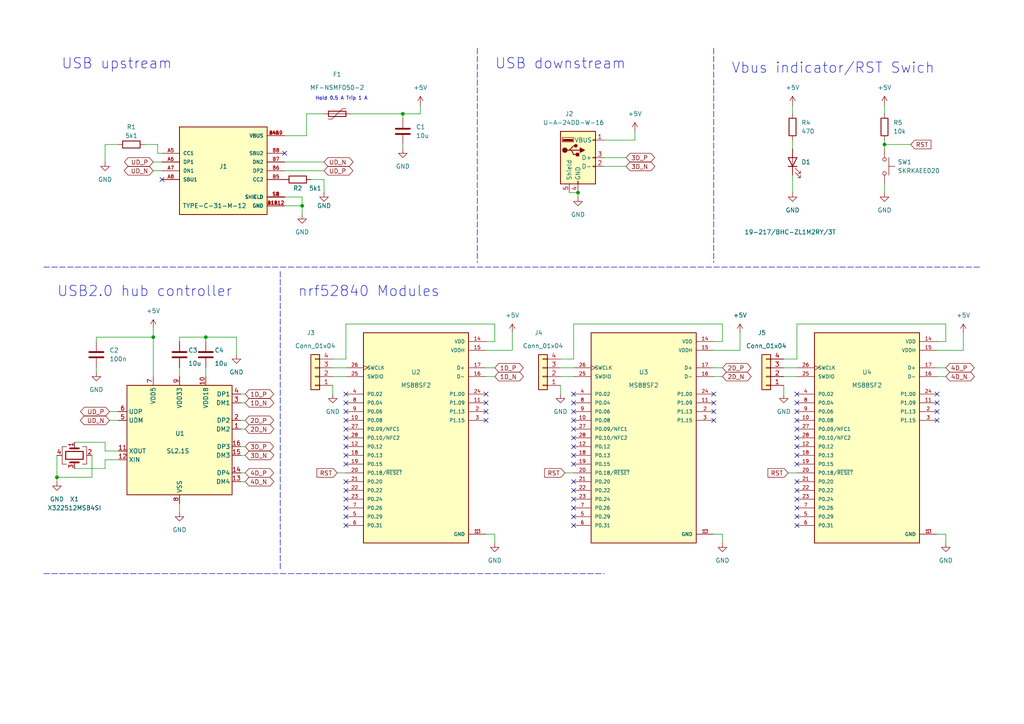
<source format=kicad_sch>
(kicad_sch (version 20211123) (generator eeschema)

  (uuid 3f922ba5-8f92-4a33-8484-c940024ed33a)

  (paper "A4")

  (title_block
    (title "nrf52840_hub")
    (date "2023-09-16")
    (rev "2.0")
    (company "SERIES")
  )

  (lib_symbols
    (symbol "Connector:USB_A" (pin_names (offset 1.016)) (in_bom yes) (on_board yes)
      (property "Reference" "J" (id 0) (at -5.08 11.43 0)
        (effects (font (size 1.27 1.27)) (justify left))
      )
      (property "Value" "USB_A" (id 1) (at -5.08 8.89 0)
        (effects (font (size 1.27 1.27)) (justify left))
      )
      (property "Footprint" "" (id 2) (at 3.81 -1.27 0)
        (effects (font (size 1.27 1.27)) hide)
      )
      (property "Datasheet" " ~" (id 3) (at 3.81 -1.27 0)
        (effects (font (size 1.27 1.27)) hide)
      )
      (property "ki_keywords" "connector USB" (id 4) (at 0 0 0)
        (effects (font (size 1.27 1.27)) hide)
      )
      (property "ki_description" "USB Type A connector" (id 5) (at 0 0 0)
        (effects (font (size 1.27 1.27)) hide)
      )
      (property "ki_fp_filters" "USB*" (id 6) (at 0 0 0)
        (effects (font (size 1.27 1.27)) hide)
      )
      (symbol "USB_A_0_1"
        (rectangle (start -5.08 -7.62) (end 5.08 7.62)
          (stroke (width 0.254) (type default) (color 0 0 0 0))
          (fill (type background))
        )
        (circle (center -3.81 2.159) (radius 0.635)
          (stroke (width 0.254) (type default) (color 0 0 0 0))
          (fill (type outline))
        )
        (rectangle (start -1.524 4.826) (end -4.318 5.334)
          (stroke (width 0) (type default) (color 0 0 0 0))
          (fill (type outline))
        )
        (rectangle (start -1.27 4.572) (end -4.572 5.842)
          (stroke (width 0) (type default) (color 0 0 0 0))
          (fill (type none))
        )
        (circle (center -0.635 3.429) (radius 0.381)
          (stroke (width 0.254) (type default) (color 0 0 0 0))
          (fill (type outline))
        )
        (rectangle (start -0.127 -7.62) (end 0.127 -6.858)
          (stroke (width 0) (type default) (color 0 0 0 0))
          (fill (type none))
        )
        (polyline
          (pts
            (xy -3.175 2.159)
            (xy -2.54 2.159)
            (xy -1.27 3.429)
            (xy -0.635 3.429)
          )
          (stroke (width 0.254) (type default) (color 0 0 0 0))
          (fill (type none))
        )
        (polyline
          (pts
            (xy -2.54 2.159)
            (xy -1.905 2.159)
            (xy -1.27 0.889)
            (xy 0 0.889)
          )
          (stroke (width 0.254) (type default) (color 0 0 0 0))
          (fill (type none))
        )
        (polyline
          (pts
            (xy 0.635 2.794)
            (xy 0.635 1.524)
            (xy 1.905 2.159)
            (xy 0.635 2.794)
          )
          (stroke (width 0.254) (type default) (color 0 0 0 0))
          (fill (type outline))
        )
        (rectangle (start 0.254 1.27) (end -0.508 0.508)
          (stroke (width 0.254) (type default) (color 0 0 0 0))
          (fill (type outline))
        )
        (rectangle (start 5.08 -2.667) (end 4.318 -2.413)
          (stroke (width 0) (type default) (color 0 0 0 0))
          (fill (type none))
        )
        (rectangle (start 5.08 -0.127) (end 4.318 0.127)
          (stroke (width 0) (type default) (color 0 0 0 0))
          (fill (type none))
        )
        (rectangle (start 5.08 4.953) (end 4.318 5.207)
          (stroke (width 0) (type default) (color 0 0 0 0))
          (fill (type none))
        )
      )
      (symbol "USB_A_1_1"
        (polyline
          (pts
            (xy -1.905 2.159)
            (xy 0.635 2.159)
          )
          (stroke (width 0.254) (type default) (color 0 0 0 0))
          (fill (type none))
        )
        (pin power_in line (at 7.62 5.08 180) (length 2.54)
          (name "VBUS" (effects (font (size 1.27 1.27))))
          (number "1" (effects (font (size 1.27 1.27))))
        )
        (pin bidirectional line (at 7.62 -2.54 180) (length 2.54)
          (name "D-" (effects (font (size 1.27 1.27))))
          (number "2" (effects (font (size 1.27 1.27))))
        )
        (pin bidirectional line (at 7.62 0 180) (length 2.54)
          (name "D+" (effects (font (size 1.27 1.27))))
          (number "3" (effects (font (size 1.27 1.27))))
        )
        (pin power_in line (at 0 -10.16 90) (length 2.54)
          (name "GND" (effects (font (size 1.27 1.27))))
          (number "4" (effects (font (size 1.27 1.27))))
        )
        (pin passive line (at -2.54 -10.16 90) (length 2.54)
          (name "Shield" (effects (font (size 1.27 1.27))))
          (number "5" (effects (font (size 1.27 1.27))))
        )
      )
    )
    (symbol "Connector_Generic:Conn_01x04" (pin_names (offset 1.016) hide) (in_bom yes) (on_board yes)
      (property "Reference" "J" (id 0) (at 0 5.08 0)
        (effects (font (size 1.27 1.27)))
      )
      (property "Value" "Conn_01x04" (id 1) (at 0 -7.62 0)
        (effects (font (size 1.27 1.27)))
      )
      (property "Footprint" "" (id 2) (at 0 0 0)
        (effects (font (size 1.27 1.27)) hide)
      )
      (property "Datasheet" "~" (id 3) (at 0 0 0)
        (effects (font (size 1.27 1.27)) hide)
      )
      (property "ki_keywords" "connector" (id 4) (at 0 0 0)
        (effects (font (size 1.27 1.27)) hide)
      )
      (property "ki_description" "Generic connector, single row, 01x04, script generated (kicad-library-utils/schlib/autogen/connector/)" (id 5) (at 0 0 0)
        (effects (font (size 1.27 1.27)) hide)
      )
      (property "ki_fp_filters" "Connector*:*_1x??_*" (id 6) (at 0 0 0)
        (effects (font (size 1.27 1.27)) hide)
      )
      (symbol "Conn_01x04_1_1"
        (rectangle (start -1.27 -4.953) (end 0 -5.207)
          (stroke (width 0.1524) (type default) (color 0 0 0 0))
          (fill (type none))
        )
        (rectangle (start -1.27 -2.413) (end 0 -2.667)
          (stroke (width 0.1524) (type default) (color 0 0 0 0))
          (fill (type none))
        )
        (rectangle (start -1.27 0.127) (end 0 -0.127)
          (stroke (width 0.1524) (type default) (color 0 0 0 0))
          (fill (type none))
        )
        (rectangle (start -1.27 2.667) (end 0 2.413)
          (stroke (width 0.1524) (type default) (color 0 0 0 0))
          (fill (type none))
        )
        (rectangle (start -1.27 3.81) (end 1.27 -6.35)
          (stroke (width 0.254) (type default) (color 0 0 0 0))
          (fill (type background))
        )
        (pin passive line (at -5.08 2.54 0) (length 3.81)
          (name "Pin_1" (effects (font (size 1.27 1.27))))
          (number "1" (effects (font (size 1.27 1.27))))
        )
        (pin passive line (at -5.08 0 0) (length 3.81)
          (name "Pin_2" (effects (font (size 1.27 1.27))))
          (number "2" (effects (font (size 1.27 1.27))))
        )
        (pin passive line (at -5.08 -2.54 0) (length 3.81)
          (name "Pin_3" (effects (font (size 1.27 1.27))))
          (number "3" (effects (font (size 1.27 1.27))))
        )
        (pin passive line (at -5.08 -5.08 0) (length 3.81)
          (name "Pin_4" (effects (font (size 1.27 1.27))))
          (number "4" (effects (font (size 1.27 1.27))))
        )
      )
    )
    (symbol "Device:C" (pin_numbers hide) (pin_names (offset 0.254)) (in_bom yes) (on_board yes)
      (property "Reference" "C" (id 0) (at 0.635 2.54 0)
        (effects (font (size 1.27 1.27)) (justify left))
      )
      (property "Value" "C" (id 1) (at 0.635 -2.54 0)
        (effects (font (size 1.27 1.27)) (justify left))
      )
      (property "Footprint" "" (id 2) (at 0.9652 -3.81 0)
        (effects (font (size 1.27 1.27)) hide)
      )
      (property "Datasheet" "~" (id 3) (at 0 0 0)
        (effects (font (size 1.27 1.27)) hide)
      )
      (property "ki_keywords" "cap capacitor" (id 4) (at 0 0 0)
        (effects (font (size 1.27 1.27)) hide)
      )
      (property "ki_description" "Unpolarized capacitor" (id 5) (at 0 0 0)
        (effects (font (size 1.27 1.27)) hide)
      )
      (property "ki_fp_filters" "C_*" (id 6) (at 0 0 0)
        (effects (font (size 1.27 1.27)) hide)
      )
      (symbol "C_0_1"
        (polyline
          (pts
            (xy -2.032 -0.762)
            (xy 2.032 -0.762)
          )
          (stroke (width 0.508) (type default) (color 0 0 0 0))
          (fill (type none))
        )
        (polyline
          (pts
            (xy -2.032 0.762)
            (xy 2.032 0.762)
          )
          (stroke (width 0.508) (type default) (color 0 0 0 0))
          (fill (type none))
        )
      )
      (symbol "C_1_1"
        (pin passive line (at 0 3.81 270) (length 2.794)
          (name "~" (effects (font (size 1.27 1.27))))
          (number "1" (effects (font (size 1.27 1.27))))
        )
        (pin passive line (at 0 -3.81 90) (length 2.794)
          (name "~" (effects (font (size 1.27 1.27))))
          (number "2" (effects (font (size 1.27 1.27))))
        )
      )
    )
    (symbol "Device:Crystal_GND24" (pin_names (offset 1.016) hide) (in_bom yes) (on_board yes)
      (property "Reference" "Y" (id 0) (at 3.175 5.08 0)
        (effects (font (size 1.27 1.27)) (justify left))
      )
      (property "Value" "Crystal_GND24" (id 1) (at 3.175 3.175 0)
        (effects (font (size 1.27 1.27)) (justify left))
      )
      (property "Footprint" "" (id 2) (at 0 0 0)
        (effects (font (size 1.27 1.27)) hide)
      )
      (property "Datasheet" "~" (id 3) (at 0 0 0)
        (effects (font (size 1.27 1.27)) hide)
      )
      (property "ki_keywords" "quartz ceramic resonator oscillator" (id 4) (at 0 0 0)
        (effects (font (size 1.27 1.27)) hide)
      )
      (property "ki_description" "Four pin crystal, GND on pins 2 and 4" (id 5) (at 0 0 0)
        (effects (font (size 1.27 1.27)) hide)
      )
      (property "ki_fp_filters" "Crystal*" (id 6) (at 0 0 0)
        (effects (font (size 1.27 1.27)) hide)
      )
      (symbol "Crystal_GND24_0_1"
        (rectangle (start -1.143 2.54) (end 1.143 -2.54)
          (stroke (width 0.3048) (type default) (color 0 0 0 0))
          (fill (type none))
        )
        (polyline
          (pts
            (xy -2.54 0)
            (xy -2.032 0)
          )
          (stroke (width 0) (type default) (color 0 0 0 0))
          (fill (type none))
        )
        (polyline
          (pts
            (xy -2.032 -1.27)
            (xy -2.032 1.27)
          )
          (stroke (width 0.508) (type default) (color 0 0 0 0))
          (fill (type none))
        )
        (polyline
          (pts
            (xy 0 -3.81)
            (xy 0 -3.556)
          )
          (stroke (width 0) (type default) (color 0 0 0 0))
          (fill (type none))
        )
        (polyline
          (pts
            (xy 0 3.556)
            (xy 0 3.81)
          )
          (stroke (width 0) (type default) (color 0 0 0 0))
          (fill (type none))
        )
        (polyline
          (pts
            (xy 2.032 -1.27)
            (xy 2.032 1.27)
          )
          (stroke (width 0.508) (type default) (color 0 0 0 0))
          (fill (type none))
        )
        (polyline
          (pts
            (xy 2.032 0)
            (xy 2.54 0)
          )
          (stroke (width 0) (type default) (color 0 0 0 0))
          (fill (type none))
        )
        (polyline
          (pts
            (xy -2.54 -2.286)
            (xy -2.54 -3.556)
            (xy 2.54 -3.556)
            (xy 2.54 -2.286)
          )
          (stroke (width 0) (type default) (color 0 0 0 0))
          (fill (type none))
        )
        (polyline
          (pts
            (xy -2.54 2.286)
            (xy -2.54 3.556)
            (xy 2.54 3.556)
            (xy 2.54 2.286)
          )
          (stroke (width 0) (type default) (color 0 0 0 0))
          (fill (type none))
        )
      )
      (symbol "Crystal_GND24_1_1"
        (pin passive line (at -3.81 0 0) (length 1.27)
          (name "1" (effects (font (size 1.27 1.27))))
          (number "1" (effects (font (size 1.27 1.27))))
        )
        (pin passive line (at 0 5.08 270) (length 1.27)
          (name "2" (effects (font (size 1.27 1.27))))
          (number "2" (effects (font (size 1.27 1.27))))
        )
        (pin passive line (at 3.81 0 180) (length 1.27)
          (name "3" (effects (font (size 1.27 1.27))))
          (number "3" (effects (font (size 1.27 1.27))))
        )
        (pin passive line (at 0 -5.08 90) (length 1.27)
          (name "4" (effects (font (size 1.27 1.27))))
          (number "4" (effects (font (size 1.27 1.27))))
        )
      )
    )
    (symbol "Device:LED" (pin_numbers hide) (pin_names (offset 1.016) hide) (in_bom yes) (on_board yes)
      (property "Reference" "D" (id 0) (at 0 2.54 0)
        (effects (font (size 1.27 1.27)))
      )
      (property "Value" "LED" (id 1) (at 0 -2.54 0)
        (effects (font (size 1.27 1.27)))
      )
      (property "Footprint" "" (id 2) (at 0 0 0)
        (effects (font (size 1.27 1.27)) hide)
      )
      (property "Datasheet" "~" (id 3) (at 0 0 0)
        (effects (font (size 1.27 1.27)) hide)
      )
      (property "ki_keywords" "LED diode" (id 4) (at 0 0 0)
        (effects (font (size 1.27 1.27)) hide)
      )
      (property "ki_description" "Light emitting diode" (id 5) (at 0 0 0)
        (effects (font (size 1.27 1.27)) hide)
      )
      (property "ki_fp_filters" "LED* LED_SMD:* LED_THT:*" (id 6) (at 0 0 0)
        (effects (font (size 1.27 1.27)) hide)
      )
      (symbol "LED_0_1"
        (polyline
          (pts
            (xy -1.27 -1.27)
            (xy -1.27 1.27)
          )
          (stroke (width 0.254) (type default) (color 0 0 0 0))
          (fill (type none))
        )
        (polyline
          (pts
            (xy -1.27 0)
            (xy 1.27 0)
          )
          (stroke (width 0) (type default) (color 0 0 0 0))
          (fill (type none))
        )
        (polyline
          (pts
            (xy 1.27 -1.27)
            (xy 1.27 1.27)
            (xy -1.27 0)
            (xy 1.27 -1.27)
          )
          (stroke (width 0.254) (type default) (color 0 0 0 0))
          (fill (type none))
        )
        (polyline
          (pts
            (xy -3.048 -0.762)
            (xy -4.572 -2.286)
            (xy -3.81 -2.286)
            (xy -4.572 -2.286)
            (xy -4.572 -1.524)
          )
          (stroke (width 0) (type default) (color 0 0 0 0))
          (fill (type none))
        )
        (polyline
          (pts
            (xy -1.778 -0.762)
            (xy -3.302 -2.286)
            (xy -2.54 -2.286)
            (xy -3.302 -2.286)
            (xy -3.302 -1.524)
          )
          (stroke (width 0) (type default) (color 0 0 0 0))
          (fill (type none))
        )
      )
      (symbol "LED_1_1"
        (pin passive line (at -3.81 0 0) (length 2.54)
          (name "K" (effects (font (size 1.27 1.27))))
          (number "1" (effects (font (size 1.27 1.27))))
        )
        (pin passive line (at 3.81 0 180) (length 2.54)
          (name "A" (effects (font (size 1.27 1.27))))
          (number "2" (effects (font (size 1.27 1.27))))
        )
      )
    )
    (symbol "Device:Polyfuse" (pin_numbers hide) (pin_names (offset 0)) (in_bom yes) (on_board yes)
      (property "Reference" "F" (id 0) (at -2.54 0 90)
        (effects (font (size 1.27 1.27)))
      )
      (property "Value" "Polyfuse" (id 1) (at 2.54 0 90)
        (effects (font (size 1.27 1.27)))
      )
      (property "Footprint" "" (id 2) (at 1.27 -5.08 0)
        (effects (font (size 1.27 1.27)) (justify left) hide)
      )
      (property "Datasheet" "~" (id 3) (at 0 0 0)
        (effects (font (size 1.27 1.27)) hide)
      )
      (property "ki_keywords" "resettable fuse PTC PPTC polyfuse polyswitch" (id 4) (at 0 0 0)
        (effects (font (size 1.27 1.27)) hide)
      )
      (property "ki_description" "Resettable fuse, polymeric positive temperature coefficient" (id 5) (at 0 0 0)
        (effects (font (size 1.27 1.27)) hide)
      )
      (property "ki_fp_filters" "*polyfuse* *PTC*" (id 6) (at 0 0 0)
        (effects (font (size 1.27 1.27)) hide)
      )
      (symbol "Polyfuse_0_1"
        (rectangle (start -0.762 2.54) (end 0.762 -2.54)
          (stroke (width 0.254) (type default) (color 0 0 0 0))
          (fill (type none))
        )
        (polyline
          (pts
            (xy 0 2.54)
            (xy 0 -2.54)
          )
          (stroke (width 0) (type default) (color 0 0 0 0))
          (fill (type none))
        )
        (polyline
          (pts
            (xy -1.524 2.54)
            (xy -1.524 1.524)
            (xy 1.524 -1.524)
            (xy 1.524 -2.54)
          )
          (stroke (width 0) (type default) (color 0 0 0 0))
          (fill (type none))
        )
      )
      (symbol "Polyfuse_1_1"
        (pin passive line (at 0 3.81 270) (length 1.27)
          (name "~" (effects (font (size 1.27 1.27))))
          (number "1" (effects (font (size 1.27 1.27))))
        )
        (pin passive line (at 0 -3.81 90) (length 1.27)
          (name "~" (effects (font (size 1.27 1.27))))
          (number "2" (effects (font (size 1.27 1.27))))
        )
      )
    )
    (symbol "Device:R" (pin_numbers hide) (pin_names (offset 0)) (in_bom yes) (on_board yes)
      (property "Reference" "R" (id 0) (at 2.032 0 90)
        (effects (font (size 1.27 1.27)))
      )
      (property "Value" "R" (id 1) (at 0 0 90)
        (effects (font (size 1.27 1.27)))
      )
      (property "Footprint" "" (id 2) (at -1.778 0 90)
        (effects (font (size 1.27 1.27)) hide)
      )
      (property "Datasheet" "~" (id 3) (at 0 0 0)
        (effects (font (size 1.27 1.27)) hide)
      )
      (property "ki_keywords" "R res resistor" (id 4) (at 0 0 0)
        (effects (font (size 1.27 1.27)) hide)
      )
      (property "ki_description" "Resistor" (id 5) (at 0 0 0)
        (effects (font (size 1.27 1.27)) hide)
      )
      (property "ki_fp_filters" "R_*" (id 6) (at 0 0 0)
        (effects (font (size 1.27 1.27)) hide)
      )
      (symbol "R_0_1"
        (rectangle (start -1.016 -2.54) (end 1.016 2.54)
          (stroke (width 0.254) (type default) (color 0 0 0 0))
          (fill (type none))
        )
      )
      (symbol "R_1_1"
        (pin passive line (at 0 3.81 270) (length 1.27)
          (name "~" (effects (font (size 1.27 1.27))))
          (number "1" (effects (font (size 1.27 1.27))))
        )
        (pin passive line (at 0 -3.81 90) (length 1.27)
          (name "~" (effects (font (size 1.27 1.27))))
          (number "2" (effects (font (size 1.27 1.27))))
        )
      )
    )
    (symbol "FE1:FE1.1s" (in_bom yes) (on_board yes)
      (property "Reference" "U1" (id 0) (at -1.27 1.27 0)
        (effects (font (size 1.27 1.27)) (justify left))
      )
      (property "Value" "SL2.1S" (id 1) (at -3.81 -3.81 0)
        (effects (font (size 1.27 1.27)) (justify left))
      )
      (property "Footprint" "Package_DFN_QFN:WQFN-24-1EP_4x4mm_P0.5mm_EP2.45x2.45mm_ThermalVias" (id 2) (at 0 -27.94 0)
        (effects (font (size 1.27 1.27)) hide)
      )
      (property "Datasheet" "https://cdn-shop.adafruit.com/product-files/2991/FE1.1s+Data+Sheet+(Rev.+1.0).pdf" (id 3) (at 0 -30.48 0)
        (effects (font (size 1.27 1.27)) hide)
      )
      (property "ki_keywords" "4-Port, EEPROM, High Speed, Hub, USB2.0" (id 4) (at 0 0 0)
        (effects (font (size 1.27 1.27)) hide)
      )
      (property "ki_description" "USB 2.0 High Speed 4-Port Hub Controller, SSOP-28" (id 5) (at 0 0 0)
        (effects (font (size 1.27 1.27)) hide)
      )
      (property "ki_fp_filters" "SSOP*3.9x9.9mm*P0.635mm*" (id 6) (at 0 0 0)
        (effects (font (size 1.27 1.27)) hide)
      )
      (symbol "FE1.1s_0_1"
        (rectangle (start -15.24 15.24) (end 15.24 -16.51)
          (stroke (width 0.254) (type default) (color 0 0 0 0))
          (fill (type background))
        )
      )
      (symbol "FE1.1s_1_1"
        (pin bidirectional line (at 17.78 2.54 180) (length 2.54)
          (name "DM2" (effects (font (size 1.27 1.27))))
          (number "1" (effects (font (size 1.27 1.27))))
        )
        (pin power_out line (at 7.62 17.78 270) (length 2.54)
          (name "VDD18" (effects (font (size 1.27 1.27))))
          (number "10" (effects (font (size 1.27 1.27))))
        )
        (pin output line (at -17.78 -3.81 0) (length 2.54)
          (name "XOUT" (effects (font (size 1.27 1.27))))
          (number "11" (effects (font (size 1.27 1.27))))
        )
        (pin input line (at -17.78 -6.35 0) (length 2.54)
          (name "XIN" (effects (font (size 1.27 1.27))))
          (number "12" (effects (font (size 1.27 1.27))))
        )
        (pin bidirectional line (at 17.78 -12.7 180) (length 2.54)
          (name "DM4" (effects (font (size 1.27 1.27))))
          (number "13" (effects (font (size 1.27 1.27))))
        )
        (pin bidirectional line (at 17.78 -10.16 180) (length 2.54)
          (name "DP4" (effects (font (size 1.27 1.27))))
          (number "14" (effects (font (size 1.27 1.27))))
        )
        (pin bidirectional line (at 17.78 -5.08 180) (length 2.54)
          (name "DM3" (effects (font (size 1.27 1.27))))
          (number "15" (effects (font (size 1.27 1.27))))
        )
        (pin bidirectional line (at 17.78 -2.54 180) (length 2.54)
          (name "DP3" (effects (font (size 1.27 1.27))))
          (number "16" (effects (font (size 1.27 1.27))))
        )
        (pin bidirectional line (at 17.78 5.08 180) (length 2.54)
          (name "DP2" (effects (font (size 1.27 1.27))))
          (number "2" (effects (font (size 1.27 1.27))))
        )
        (pin bidirectional line (at 17.78 10.16 180) (length 2.54)
          (name "DM1" (effects (font (size 1.27 1.27))))
          (number "3" (effects (font (size 1.27 1.27))))
        )
        (pin bidirectional line (at 17.78 12.7 180) (length 2.54)
          (name "DP1" (effects (font (size 1.27 1.27))))
          (number "4" (effects (font (size 1.27 1.27))))
        )
        (pin bidirectional line (at -17.78 5.08 0) (length 2.54)
          (name "UDM" (effects (font (size 1.27 1.27))))
          (number "5" (effects (font (size 1.27 1.27))))
        )
        (pin bidirectional line (at -17.78 7.62 0) (length 2.54)
          (name "UDP" (effects (font (size 1.27 1.27))))
          (number "6" (effects (font (size 1.27 1.27))))
        )
        (pin power_in line (at -7.62 17.78 270) (length 2.54)
          (name "VDD5" (effects (font (size 1.27 1.27))))
          (number "7" (effects (font (size 1.27 1.27))))
        )
        (pin power_in line (at 0 -19.05 90) (length 2.54)
          (name "VSS" (effects (font (size 1.27 1.27))))
          (number "8" (effects (font (size 1.27 1.27))))
        )
        (pin power_out line (at 0 17.78 270) (length 2.54)
          (name "VDD33" (effects (font (size 1.27 1.27))))
          (number "9" (effects (font (size 1.27 1.27))))
        )
      )
    )
    (symbol "MS88SF2:MS88SF2" (pin_names (offset 1.016)) (in_bom yes) (on_board yes)
      (property "Reference" "U" (id 0) (at -15.24 33.02 0)
        (effects (font (size 1.27 1.27)) (justify left top))
      )
      (property "Value" "MS88SF2" (id 1) (at -15.24 -33.02 0)
        (effects (font (size 1.27 1.27)) (justify left bottom))
      )
      (property "Footprint" "XCVR_MS88SF2" (id 2) (at 0 0 0)
        (effects (font (size 1.27 1.27)) (justify bottom) hide)
      )
      (property "Datasheet" "" (id 3) (at 0 0 0)
        (effects (font (size 1.27 1.27)) hide)
      )
      (property "STANDARD" "Manufacturer Recommendations" (id 4) (at 0 0 0)
        (effects (font (size 1.27 1.27)) (justify bottom) hide)
      )
      (property "PARTREV" "2.3" (id 5) (at 0 0 0)
        (effects (font (size 1.27 1.27)) (justify bottom) hide)
      )
      (property "MANUFACTURER" "Minew" (id 6) (at 0 0 0)
        (effects (font (size 1.27 1.27)) (justify bottom) hide)
      )
      (property "MAXIMUM_PACKAGE_HEIGHT" "2.15mm" (id 7) (at 0 0 0)
        (effects (font (size 1.27 1.27)) (justify bottom) hide)
      )
      (symbol "MS88SF2_0_0"
        (rectangle (start -15.24 -30.48) (end 15.24 30.48)
          (stroke (width 0.254) (type default) (color 0 0 0 0))
          (fill (type background))
        )
        (pin power_in line (at 20.32 -27.94 180) (length 5.08)
          (name "GND" (effects (font (size 1.016 1.016))))
          (number "1" (effects (font (size 1.016 1.016))))
        )
        (pin bidirectional line (at -20.32 5.08 0) (length 5.08)
          (name "P0.08" (effects (font (size 1.016 1.016))))
          (number "10" (effects (font (size 1.016 1.016))))
        )
        (pin bidirectional line (at 20.32 10.16 180) (length 5.08)
          (name "P1.09" (effects (font (size 1.016 1.016))))
          (number "11" (effects (font (size 1.016 1.016))))
        )
        (pin bidirectional line (at -20.32 -2.54 0) (length 5.08)
          (name "P0.12" (effects (font (size 1.016 1.016))))
          (number "12" (effects (font (size 1.016 1.016))))
        )
        (pin power_in line (at 20.32 -27.94 180) (length 5.08)
          (name "GND" (effects (font (size 1.016 1.016))))
          (number "13" (effects (font (size 1.016 1.016))))
        )
        (pin power_in line (at 20.32 27.94 180) (length 5.08)
          (name "VDD" (effects (font (size 1.016 1.016))))
          (number "14" (effects (font (size 1.016 1.016))))
        )
        (pin power_in line (at 20.32 25.4 180) (length 5.08)
          (name "VDDH" (effects (font (size 1.016 1.016))))
          (number "15" (effects (font (size 1.016 1.016))))
        )
        (pin bidirectional line (at 20.32 17.78 180) (length 5.08)
          (name "D-" (effects (font (size 1.016 1.016))))
          (number "16" (effects (font (size 1.016 1.016))))
        )
        (pin bidirectional line (at 20.32 20.32 180) (length 5.08)
          (name "D+" (effects (font (size 1.016 1.016))))
          (number "17" (effects (font (size 1.016 1.016))))
        )
        (pin bidirectional line (at -20.32 -5.08 0) (length 5.08)
          (name "P0.13" (effects (font (size 1.016 1.016))))
          (number "18" (effects (font (size 1.016 1.016))))
        )
        (pin bidirectional line (at -20.32 -7.62 0) (length 5.08)
          (name "P0.15" (effects (font (size 1.016 1.016))))
          (number "19" (effects (font (size 1.016 1.016))))
        )
        (pin bidirectional line (at 20.32 7.62 180) (length 5.08)
          (name "P1.13" (effects (font (size 1.016 1.016))))
          (number "2" (effects (font (size 1.016 1.016))))
        )
        (pin bidirectional line (at -20.32 -10.16 0) (length 5.08)
          (name "P0.18/~{RESET}" (effects (font (size 1.016 1.016))))
          (number "20" (effects (font (size 1.016 1.016))))
        )
        (pin bidirectional line (at -20.32 -12.7 0) (length 5.08)
          (name "P0.20" (effects (font (size 1.016 1.016))))
          (number "21" (effects (font (size 1.016 1.016))))
        )
        (pin bidirectional line (at -20.32 -15.24 0) (length 5.08)
          (name "P0.22" (effects (font (size 1.016 1.016))))
          (number "22" (effects (font (size 1.016 1.016))))
        )
        (pin bidirectional line (at -20.32 -17.78 0) (length 5.08)
          (name "P0.24" (effects (font (size 1.016 1.016))))
          (number "23" (effects (font (size 1.016 1.016))))
        )
        (pin bidirectional line (at 20.32 12.7 180) (length 5.08)
          (name "P1.00" (effects (font (size 1.016 1.016))))
          (number "24" (effects (font (size 1.016 1.016))))
        )
        (pin bidirectional line (at -20.32 17.78 0) (length 5.08)
          (name "SWDIO" (effects (font (size 1.016 1.016))))
          (number "25" (effects (font (size 1.016 1.016))))
        )
        (pin input clock (at -20.32 20.32 0) (length 5.08)
          (name "SWCLK" (effects (font (size 1.016 1.016))))
          (number "26" (effects (font (size 1.016 1.016))))
        )
        (pin bidirectional line (at -20.32 2.54 0) (length 5.08)
          (name "P0.09/NFC1" (effects (font (size 1.016 1.016))))
          (number "27" (effects (font (size 1.016 1.016))))
        )
        (pin bidirectional line (at -20.32 0 0) (length 5.08)
          (name "P0.10/NFC2" (effects (font (size 1.016 1.016))))
          (number "28" (effects (font (size 1.016 1.016))))
        )
        (pin bidirectional line (at 20.32 5.08 180) (length 5.08)
          (name "P1.15" (effects (font (size 1.016 1.016))))
          (number "3" (effects (font (size 1.016 1.016))))
        )
        (pin bidirectional line (at -20.32 12.7 0) (length 5.08)
          (name "P0.02" (effects (font (size 1.016 1.016))))
          (number "4" (effects (font (size 1.016 1.016))))
        )
        (pin bidirectional line (at -20.32 -22.86 0) (length 5.08)
          (name "P0.29" (effects (font (size 1.016 1.016))))
          (number "5" (effects (font (size 1.016 1.016))))
        )
        (pin bidirectional line (at -20.32 -25.4 0) (length 5.08)
          (name "P0.31" (effects (font (size 1.016 1.016))))
          (number "6" (effects (font (size 1.016 1.016))))
        )
        (pin bidirectional line (at -20.32 -20.32 0) (length 5.08)
          (name "P0.26" (effects (font (size 1.016 1.016))))
          (number "7" (effects (font (size 1.016 1.016))))
        )
        (pin bidirectional line (at -20.32 10.16 0) (length 5.08)
          (name "P0.04" (effects (font (size 1.016 1.016))))
          (number "8" (effects (font (size 1.016 1.016))))
        )
        (pin bidirectional line (at -20.32 7.62 0) (length 5.08)
          (name "P0.06" (effects (font (size 1.016 1.016))))
          (number "9" (effects (font (size 1.016 1.016))))
        )
      )
    )
    (symbol "Switch:SW_Push" (pin_numbers hide) (pin_names (offset 1.016) hide) (in_bom yes) (on_board yes)
      (property "Reference" "SW" (id 0) (at 1.27 2.54 0)
        (effects (font (size 1.27 1.27)) (justify left))
      )
      (property "Value" "SW_Push" (id 1) (at 0 -1.524 0)
        (effects (font (size 1.27 1.27)))
      )
      (property "Footprint" "" (id 2) (at 0 5.08 0)
        (effects (font (size 1.27 1.27)) hide)
      )
      (property "Datasheet" "~" (id 3) (at 0 5.08 0)
        (effects (font (size 1.27 1.27)) hide)
      )
      (property "ki_keywords" "switch normally-open pushbutton push-button" (id 4) (at 0 0 0)
        (effects (font (size 1.27 1.27)) hide)
      )
      (property "ki_description" "Push button switch, generic, two pins" (id 5) (at 0 0 0)
        (effects (font (size 1.27 1.27)) hide)
      )
      (symbol "SW_Push_0_1"
        (circle (center -2.032 0) (radius 0.508)
          (stroke (width 0) (type default) (color 0 0 0 0))
          (fill (type none))
        )
        (polyline
          (pts
            (xy 0 1.27)
            (xy 0 3.048)
          )
          (stroke (width 0) (type default) (color 0 0 0 0))
          (fill (type none))
        )
        (polyline
          (pts
            (xy 2.54 1.27)
            (xy -2.54 1.27)
          )
          (stroke (width 0) (type default) (color 0 0 0 0))
          (fill (type none))
        )
        (circle (center 2.032 0) (radius 0.508)
          (stroke (width 0) (type default) (color 0 0 0 0))
          (fill (type none))
        )
        (pin passive line (at -5.08 0 0) (length 2.54)
          (name "1" (effects (font (size 1.27 1.27))))
          (number "1" (effects (font (size 1.27 1.27))))
        )
        (pin passive line (at 5.08 0 180) (length 2.54)
          (name "2" (effects (font (size 1.27 1.27))))
          (number "2" (effects (font (size 1.27 1.27))))
        )
      )
    )
    (symbol "TYPE-C-31-M-12:TYPE-C-31-M-12" (pin_names (offset 1.016)) (in_bom yes) (on_board yes)
      (property "Reference" "J" (id 0) (at -12.7 13.462 0)
        (effects (font (size 1.27 1.27)) (justify left bottom))
      )
      (property "Value" "TYPE-C-31-M-12" (id 1) (at -12.7 -13.462 0)
        (effects (font (size 1.27 1.27)) (justify left bottom))
      )
      (property "Footprint" "HRO_TYPE-C-31-M-12" (id 2) (at 0 0 0)
        (effects (font (size 1.27 1.27)) (justify left bottom) hide)
      )
      (property "Datasheet" "" (id 3) (at 0 0 0)
        (effects (font (size 1.27 1.27)) (justify left bottom) hide)
      )
      (property "MAXIMUM_PACKAGE_HEIGHT" "3.31mm" (id 4) (at 0 0 0)
        (effects (font (size 1.27 1.27)) (justify left bottom) hide)
      )
      (property "MANUFACTURER" "HRO Electronics" (id 5) (at 0 0 0)
        (effects (font (size 1.27 1.27)) (justify left bottom) hide)
      )
      (property "PARTREV" "A" (id 6) (at 0 0 0)
        (effects (font (size 1.27 1.27)) (justify left bottom) hide)
      )
      (property "STANDARD" "Manufacturer Recommendations" (id 7) (at 0 0 0)
        (effects (font (size 1.27 1.27)) (justify left bottom) hide)
      )
      (property "ki_locked" "" (id 8) (at 0 0 0)
        (effects (font (size 1.27 1.27)))
      )
      (symbol "TYPE-C-31-M-12_0_0"
        (rectangle (start -12.7 -12.7) (end 12.7 12.7)
          (stroke (width 0.254) (type default) (color 0 0 0 0))
          (fill (type background))
        )
        (pin power_in line (at 17.78 -10.16 180) (length 5.08)
          (name "GND" (effects (font (size 1.016 1.016))))
          (number "A1B12" (effects (font (size 1.016 1.016))))
        )
        (pin power_in line (at 17.78 10.16 180) (length 5.08)
          (name "VBUS" (effects (font (size 1.016 1.016))))
          (number "A4B9" (effects (font (size 1.016 1.016))))
        )
        (pin bidirectional line (at -17.78 5.08 0) (length 5.08)
          (name "CC1" (effects (font (size 1.016 1.016))))
          (number "A5" (effects (font (size 1.016 1.016))))
        )
        (pin bidirectional line (at -17.78 2.54 0) (length 5.08)
          (name "DP1" (effects (font (size 1.016 1.016))))
          (number "A6" (effects (font (size 1.016 1.016))))
        )
        (pin bidirectional line (at -17.78 0 0) (length 5.08)
          (name "DN1" (effects (font (size 1.016 1.016))))
          (number "A7" (effects (font (size 1.016 1.016))))
        )
        (pin bidirectional line (at -17.78 -2.54 0) (length 5.08)
          (name "SBU1" (effects (font (size 1.016 1.016))))
          (number "A8" (effects (font (size 1.016 1.016))))
        )
        (pin power_in line (at 17.78 -10.16 180) (length 5.08)
          (name "GND" (effects (font (size 1.016 1.016))))
          (number "B1A12" (effects (font (size 1.016 1.016))))
        )
        (pin power_in line (at 17.78 10.16 180) (length 5.08)
          (name "VBUS" (effects (font (size 1.016 1.016))))
          (number "B4A9" (effects (font (size 1.016 1.016))))
        )
        (pin bidirectional line (at 17.78 -2.54 180) (length 5.08)
          (name "CC2" (effects (font (size 1.016 1.016))))
          (number "B5" (effects (font (size 1.016 1.016))))
        )
        (pin bidirectional line (at 17.78 0 180) (length 5.08)
          (name "DP2" (effects (font (size 1.016 1.016))))
          (number "B6" (effects (font (size 1.016 1.016))))
        )
        (pin bidirectional line (at 17.78 2.54 180) (length 5.08)
          (name "DN2" (effects (font (size 1.016 1.016))))
          (number "B7" (effects (font (size 1.016 1.016))))
        )
        (pin bidirectional line (at 17.78 5.08 180) (length 5.08)
          (name "SBU2" (effects (font (size 1.016 1.016))))
          (number "B8" (effects (font (size 1.016 1.016))))
        )
        (pin passive line (at 17.78 -7.62 180) (length 5.08)
          (name "SHIELD" (effects (font (size 1.016 1.016))))
          (number "S1" (effects (font (size 1.016 1.016))))
        )
        (pin passive line (at 17.78 -7.62 180) (length 5.08)
          (name "SHIELD" (effects (font (size 1.016 1.016))))
          (number "S2" (effects (font (size 1.016 1.016))))
        )
        (pin passive line (at 17.78 -7.62 180) (length 5.08)
          (name "SHIELD" (effects (font (size 1.016 1.016))))
          (number "S3" (effects (font (size 1.016 1.016))))
        )
        (pin passive line (at 17.78 -7.62 180) (length 5.08)
          (name "SHIELD" (effects (font (size 1.016 1.016))))
          (number "S4" (effects (font (size 1.016 1.016))))
        )
      )
    )
    (symbol "power:+5V" (power) (pin_names (offset 0)) (in_bom yes) (on_board yes)
      (property "Reference" "#PWR" (id 0) (at 0 -3.81 0)
        (effects (font (size 1.27 1.27)) hide)
      )
      (property "Value" "+5V" (id 1) (at 0 3.556 0)
        (effects (font (size 1.27 1.27)))
      )
      (property "Footprint" "" (id 2) (at 0 0 0)
        (effects (font (size 1.27 1.27)) hide)
      )
      (property "Datasheet" "" (id 3) (at 0 0 0)
        (effects (font (size 1.27 1.27)) hide)
      )
      (property "ki_keywords" "global power" (id 4) (at 0 0 0)
        (effects (font (size 1.27 1.27)) hide)
      )
      (property "ki_description" "Power symbol creates a global label with name \"+5V\"" (id 5) (at 0 0 0)
        (effects (font (size 1.27 1.27)) hide)
      )
      (symbol "+5V_0_1"
        (polyline
          (pts
            (xy -0.762 1.27)
            (xy 0 2.54)
          )
          (stroke (width 0) (type default) (color 0 0 0 0))
          (fill (type none))
        )
        (polyline
          (pts
            (xy 0 0)
            (xy 0 2.54)
          )
          (stroke (width 0) (type default) (color 0 0 0 0))
          (fill (type none))
        )
        (polyline
          (pts
            (xy 0 2.54)
            (xy 0.762 1.27)
          )
          (stroke (width 0) (type default) (color 0 0 0 0))
          (fill (type none))
        )
      )
      (symbol "+5V_1_1"
        (pin power_in line (at 0 0 90) (length 0) hide
          (name "+5V" (effects (font (size 1.27 1.27))))
          (number "1" (effects (font (size 1.27 1.27))))
        )
      )
    )
    (symbol "power:GND" (power) (pin_names (offset 0)) (in_bom yes) (on_board yes)
      (property "Reference" "#PWR" (id 0) (at 0 -6.35 0)
        (effects (font (size 1.27 1.27)) hide)
      )
      (property "Value" "GND" (id 1) (at 0 -3.81 0)
        (effects (font (size 1.27 1.27)))
      )
      (property "Footprint" "" (id 2) (at 0 0 0)
        (effects (font (size 1.27 1.27)) hide)
      )
      (property "Datasheet" "" (id 3) (at 0 0 0)
        (effects (font (size 1.27 1.27)) hide)
      )
      (property "ki_keywords" "global power" (id 4) (at 0 0 0)
        (effects (font (size 1.27 1.27)) hide)
      )
      (property "ki_description" "Power symbol creates a global label with name \"GND\" , ground" (id 5) (at 0 0 0)
        (effects (font (size 1.27 1.27)) hide)
      )
      (symbol "GND_0_1"
        (polyline
          (pts
            (xy 0 0)
            (xy 0 -1.27)
            (xy 1.27 -1.27)
            (xy 0 -2.54)
            (xy -1.27 -1.27)
            (xy 0 -1.27)
          )
          (stroke (width 0) (type default) (color 0 0 0 0))
          (fill (type none))
        )
      )
      (symbol "GND_1_1"
        (pin power_in line (at 0 0 270) (length 0) hide
          (name "GND" (effects (font (size 1.27 1.27))))
          (number "1" (effects (font (size 1.27 1.27))))
        )
      )
    )
  )

  (junction (at 59.69 97.79) (diameter 0) (color 0 0 0 0)
    (uuid 402d21a0-7ccb-4238-9b9b-ff5bf4c0db31)
  )
  (junction (at 256.54 41.91) (diameter 0) (color 0 0 0 0)
    (uuid 5d25ff11-2340-4fce-846e-0eeb17930919)
  )
  (junction (at 87.63 59.69) (diameter 0) (color 0 0 0 0)
    (uuid 6e8aa1b3-52c5-4f99-aa96-45d10e8e59e6)
  )
  (junction (at 167.64 55.88) (diameter 0) (color 0 0 0 0)
    (uuid 71812f06-9d89-4988-a9fb-0d0e172919a7)
  )
  (junction (at 116.84 33.02) (diameter 0) (color 0 0 0 0)
    (uuid a71099a5-7e5c-469c-b1d3-7fd3b451f137)
  )
  (junction (at 16.51 138.43) (diameter 0) (color 0 0 0 0)
    (uuid def30db9-2074-42c5-a396-8c612cdcf33c)
  )
  (junction (at 44.45 97.79) (diameter 0) (color 0 0 0 0)
    (uuid f5cf3290-12a9-4965-a86c-dc2c626340be)
  )

  (no_connect (at 166.37 132.08) (uuid 01b47f9a-c298-440e-a347-c93d24494b3c))
  (no_connect (at 140.97 116.84) (uuid 0585caa1-8986-45c6-97be-05786ff67f9d))
  (no_connect (at 231.14 114.3) (uuid 05bf730c-bce4-4f42-8132-b88a05c89e47))
  (no_connect (at 140.97 121.92) (uuid 06092af3-f2c2-4d54-8fb1-99ec4b7dacf5))
  (no_connect (at 166.37 127) (uuid 0fb460af-46a2-411b-96e0-6090640d200c))
  (no_connect (at 100.33 132.08) (uuid 12f55b5b-aa80-475c-a75a-b57b56cf3762))
  (no_connect (at 100.33 142.24) (uuid 2088b199-4188-4c68-97fd-7b78c8099e13))
  (no_connect (at 231.14 144.78) (uuid 28423e35-6327-4163-a1d5-ba558586b7d3))
  (no_connect (at 100.33 127) (uuid 2d24b14b-fb43-4aa4-b3ea-0863d523e0ec))
  (no_connect (at 231.14 119.38) (uuid 2f77c798-a284-49ab-94e0-83b3ffc9d22d))
  (no_connect (at 166.37 119.38) (uuid 30b4fe0f-2511-47e1-9f39-ea6afeff68d8))
  (no_connect (at 46.99 52.07) (uuid 30d4fe79-f908-4c9b-ab6f-559a73d208b4))
  (no_connect (at 100.33 147.32) (uuid 31cf2c6c-a6ce-4e14-8bcf-4f0028aac26e))
  (no_connect (at 207.01 121.92) (uuid 329da57e-1d2b-4b61-a2be-96b11dc2d6fb))
  (no_connect (at 166.37 116.84) (uuid 33684436-d2c3-4a82-b615-47e042dcd3ed))
  (no_connect (at 166.37 147.32) (uuid 346e42f8-7771-4089-9836-b6389d1219dc))
  (no_connect (at 231.14 132.08) (uuid 3b4b69d8-5986-493c-8ff5-03807d948e4c))
  (no_connect (at 231.14 152.4) (uuid 45b2568b-67e9-4e28-9016-0cbef465ce0e))
  (no_connect (at 166.37 121.92) (uuid 4ada2f4f-d520-42ab-b29b-9e87978fe525))
  (no_connect (at 100.33 152.4) (uuid 4d096120-5c65-4829-89df-a29907845b84))
  (no_connect (at 100.33 149.86) (uuid 4e451d52-8da9-4512-800d-acd991ecdc8d))
  (no_connect (at 166.37 134.62) (uuid 50618f83-f281-47b2-a42b-5dcc6364b68d))
  (no_connect (at 271.78 116.84) (uuid 51cb93a9-f401-4aab-9f54-239a58f64382))
  (no_connect (at 207.01 116.84) (uuid 530e4f63-0d82-4bc9-8bc8-c15d2bb56c83))
  (no_connect (at 271.78 121.92) (uuid 53c2fe59-959b-42aa-9c3d-e37dadd9172b))
  (no_connect (at 100.33 139.7) (uuid 59582ae2-9760-4ed3-9626-e38e897c84bb))
  (no_connect (at 100.33 124.46) (uuid 5d49eb3c-6af2-4794-914f-45d1bc7ff965))
  (no_connect (at 140.97 119.38) (uuid 60e70ac3-f24f-4088-97aa-48f765f18d50))
  (no_connect (at 231.14 129.54) (uuid 64052e11-7fa5-4f86-acee-88638ca5bf66))
  (no_connect (at 231.14 134.62) (uuid 6662e12d-481f-4741-8e86-ec39a27b39c5))
  (no_connect (at 166.37 114.3) (uuid 6d6c96c8-3048-47be-b2f6-f7642510b7e9))
  (no_connect (at 100.33 134.62) (uuid 714e3ea6-7eb0-4e9a-8255-b555377b980b))
  (no_connect (at 271.78 119.38) (uuid 76d377cb-d042-42b1-be6e-3f625dd704cc))
  (no_connect (at 231.14 149.86) (uuid 7788f60a-b7c4-468c-9628-48c3bc0655d2))
  (no_connect (at 231.14 127) (uuid 7e699603-0b2d-4b8a-8ac2-e9ac714fc747))
  (no_connect (at 166.37 142.24) (uuid 828a26da-b4fd-43b0-aaf7-efc2dffbaf10))
  (no_connect (at 166.37 149.86) (uuid 89de7059-1251-490a-a4d0-299263769cb4))
  (no_connect (at 100.33 144.78) (uuid 97a5c210-dd42-40ef-9bb8-cee14ada6f0b))
  (no_connect (at 100.33 121.92) (uuid 9b152ea4-8313-4059-b183-5f7abfb83dbc))
  (no_connect (at 100.33 119.38) (uuid 9f98b3c6-3c13-438e-90ae-6d6e6b3cd06d))
  (no_connect (at 231.14 116.84) (uuid a3bd0623-afd2-445f-aff8-9f4e0ae9f1a8))
  (no_connect (at 82.55 44.45) (uuid a7f0b980-3c6e-4b1f-a3f9-a978f0d73784))
  (no_connect (at 231.14 142.24) (uuid ade6a964-b254-4bf3-bf51-b5c5148f61be))
  (no_connect (at 271.78 114.3) (uuid b48fe4a2-97ff-4074-89f3-470837674fde))
  (no_connect (at 166.37 129.54) (uuid b69dccf1-2497-47c5-bc92-72f1cdc5cc27))
  (no_connect (at 231.14 139.7) (uuid b987353c-539a-4b87-8aa4-e48967b08610))
  (no_connect (at 231.14 124.46) (uuid bcade7ba-93c1-4c41-a3f5-c5fb3b17169b))
  (no_connect (at 100.33 114.3) (uuid c7d4fba2-7e0f-41f7-b038-5ce9ea7e1cf8))
  (no_connect (at 100.33 129.54) (uuid c8991fcb-87c6-4cec-87fe-2cc0d0a927ba))
  (no_connect (at 166.37 124.46) (uuid ccb73c13-077b-4d4d-9c9c-43cf5492362e))
  (no_connect (at 140.97 114.3) (uuid ccc5d640-f8af-4df7-b65a-9ed81f70e861))
  (no_connect (at 100.33 116.84) (uuid d16b73c8-d6b3-4d35-a0ee-d680eccadac8))
  (no_connect (at 166.37 139.7) (uuid d364ee0d-8fbe-4c51-be17-b67655327326))
  (no_connect (at 207.01 114.3) (uuid d7bd7015-03dd-4adc-bfc9-9185b8ee3088))
  (no_connect (at 231.14 147.32) (uuid d8f61b53-1925-4c66-b544-9a6a4d644491))
  (no_connect (at 166.37 152.4) (uuid dadf8b5b-5e48-43f7-a4ad-a802915e6536))
  (no_connect (at 166.37 144.78) (uuid eb8588b7-817b-4be3-983e-470d377a6b26))
  (no_connect (at 207.01 119.38) (uuid f38df4f2-dc9c-4982-a80f-81e1684d3c79))
  (no_connect (at 231.14 121.92) (uuid ff570f09-ef96-4482-81e5-b153f2a04426))

  (wire (pts (xy 116.84 41.91) (xy 116.84 43.18))
    (stroke (width 0) (type default) (color 0 0 0 0))
    (uuid 00058c5f-d639-435c-bdfd-ba1c47d39605)
  )
  (wire (pts (xy 121.92 30.48) (xy 121.92 33.02))
    (stroke (width 0) (type default) (color 0 0 0 0))
    (uuid 017793b3-4aae-45cd-b605-9e547bec6e8c)
  )
  (wire (pts (xy 231.14 93.98) (xy 274.32 93.98))
    (stroke (width 0) (type default) (color 0 0 0 0))
    (uuid 08f0c22f-a4e8-40e4-a90d-2039dded6dca)
  )
  (wire (pts (xy 27.94 97.79) (xy 44.45 97.79))
    (stroke (width 0) (type default) (color 0 0 0 0))
    (uuid 0bc83710-26df-48a1-bbed-4dcefd0f5e23)
  )
  (wire (pts (xy 274.32 154.94) (xy 274.32 157.48))
    (stroke (width 0) (type default) (color 0 0 0 0))
    (uuid 0d3d5e14-8ad3-4a8b-825d-6d73d5e264d5)
  )
  (wire (pts (xy 69.85 132.08) (xy 71.12 132.08))
    (stroke (width 0) (type default) (color 0 0 0 0))
    (uuid 1019173b-f16f-46f3-9a89-8ae6a5ba86c0)
  )
  (wire (pts (xy 96.52 109.22) (xy 100.33 109.22))
    (stroke (width 0) (type default) (color 0 0 0 0))
    (uuid 14ea47fa-9e0a-42df-8774-e31c297f0f07)
  )
  (wire (pts (xy 96.52 106.68) (xy 100.33 106.68))
    (stroke (width 0) (type default) (color 0 0 0 0))
    (uuid 15e4165a-7a41-4e40-91d2-56363b423bf7)
  )
  (wire (pts (xy 162.56 106.68) (xy 166.37 106.68))
    (stroke (width 0) (type default) (color 0 0 0 0))
    (uuid 1c330820-20ac-43e7-b43c-54b89185b187)
  )
  (polyline (pts (xy 81.28 78.74) (xy 81.28 165.1))
    (stroke (width 0) (type default) (color 0 0 0 0))
    (uuid 1c741755-187a-4a27-960b-b4fbfe21f29e)
  )

  (wire (pts (xy 44.45 46.99) (xy 46.99 46.99))
    (stroke (width 0) (type default) (color 0 0 0 0))
    (uuid 1d845585-a220-4f0b-a041-2d2736a856c8)
  )
  (wire (pts (xy 166.37 93.98) (xy 209.55 93.98))
    (stroke (width 0) (type default) (color 0 0 0 0))
    (uuid 21690763-f814-4669-916a-bdf4829d037d)
  )
  (wire (pts (xy 82.55 46.99) (xy 93.98 46.99))
    (stroke (width 0) (type default) (color 0 0 0 0))
    (uuid 22d3af04-fbef-4337-ae57-82af9232d188)
  )
  (wire (pts (xy 256.54 40.64) (xy 256.54 41.91))
    (stroke (width 0) (type default) (color 0 0 0 0))
    (uuid 24430514-fc07-400a-bf1a-0e7e2436b84e)
  )
  (wire (pts (xy 228.6 137.16) (xy 231.14 137.16))
    (stroke (width 0) (type default) (color 0 0 0 0))
    (uuid 2462ead4-205c-44f7-b897-6b2cc7602ecc)
  )
  (wire (pts (xy 88.9 39.37) (xy 88.9 33.02))
    (stroke (width 0) (type default) (color 0 0 0 0))
    (uuid 2e7e2967-bf51-439c-a846-113c9b77894b)
  )
  (wire (pts (xy 97.79 137.16) (xy 100.33 137.16))
    (stroke (width 0) (type default) (color 0 0 0 0))
    (uuid 34b45c1d-7d83-4e1d-b9ff-ed56cc2b45bf)
  )
  (wire (pts (xy 256.54 53.34) (xy 256.54 55.88))
    (stroke (width 0) (type default) (color 0 0 0 0))
    (uuid 3500f0fc-4641-4a86-8990-69fc42414209)
  )
  (wire (pts (xy 166.37 104.14) (xy 166.37 93.98))
    (stroke (width 0) (type default) (color 0 0 0 0))
    (uuid 39d0deb7-304a-4a27-b71d-6d6b376ead63)
  )
  (wire (pts (xy 256.54 41.91) (xy 256.54 43.18))
    (stroke (width 0) (type default) (color 0 0 0 0))
    (uuid 3a4497b8-6157-465f-a288-853dde5b5fc5)
  )
  (wire (pts (xy 52.07 97.79) (xy 59.69 97.79))
    (stroke (width 0) (type default) (color 0 0 0 0))
    (uuid 3b3585a5-6418-4096-8b09-f2f267b343e9)
  )
  (wire (pts (xy 209.55 99.06) (xy 209.55 93.98))
    (stroke (width 0) (type default) (color 0 0 0 0))
    (uuid 3e8878f1-daa1-4516-83f5-64d2ac8cd06a)
  )
  (wire (pts (xy 52.07 146.05) (xy 52.07 148.59))
    (stroke (width 0) (type default) (color 0 0 0 0))
    (uuid 41a96317-6386-4ba2-bfc2-5ca60d75c39f)
  )
  (wire (pts (xy 271.78 106.68) (xy 274.32 106.68))
    (stroke (width 0) (type default) (color 0 0 0 0))
    (uuid 420b8368-86cc-4f2f-85ae-bf7cdcad9a27)
  )
  (wire (pts (xy 229.87 30.48) (xy 229.87 33.02))
    (stroke (width 0) (type default) (color 0 0 0 0))
    (uuid 43361a96-f135-4527-987f-66e853222019)
  )
  (polyline (pts (xy 207.01 13.97) (xy 207.01 76.2))
    (stroke (width 0) (type default) (color 0 0 0 0))
    (uuid 44c0bffc-84b9-4fb1-b02c-ca1b7b2df537)
  )

  (wire (pts (xy 44.45 49.53) (xy 46.99 49.53))
    (stroke (width 0) (type default) (color 0 0 0 0))
    (uuid 48ef22fc-44ca-47c8-add8-f58f61244d92)
  )
  (wire (pts (xy 93.98 55.88) (xy 93.98 52.07))
    (stroke (width 0) (type default) (color 0 0 0 0))
    (uuid 4bbd29c7-785c-4cae-b791-9391b52d254e)
  )
  (wire (pts (xy 207.01 109.22) (xy 209.55 109.22))
    (stroke (width 0) (type default) (color 0 0 0 0))
    (uuid 4c454f76-94ba-46af-825e-fc6543c85d9a)
  )
  (wire (pts (xy 256.54 41.91) (xy 264.16 41.91))
    (stroke (width 0) (type default) (color 0 0 0 0))
    (uuid 5199962a-b811-40d0-9863-23d12ae32397)
  )
  (wire (pts (xy 16.51 132.08) (xy 16.51 138.43))
    (stroke (width 0) (type default) (color 0 0 0 0))
    (uuid 55050b10-2ac1-46ca-9ff5-dc1464d073da)
  )
  (wire (pts (xy 82.55 57.15) (xy 87.63 57.15))
    (stroke (width 0) (type default) (color 0 0 0 0))
    (uuid 57822a03-ae32-4b91-b2e7-aba74aab1d9c)
  )
  (wire (pts (xy 271.78 109.22) (xy 274.32 109.22))
    (stroke (width 0) (type default) (color 0 0 0 0))
    (uuid 57e70c01-f0a8-4830-8beb-ea19190ae87e)
  )
  (wire (pts (xy 231.14 104.14) (xy 231.14 93.98))
    (stroke (width 0) (type default) (color 0 0 0 0))
    (uuid 57f96f5f-3260-4856-9056-8189a0d1ffd5)
  )
  (wire (pts (xy 27.94 106.68) (xy 27.94 107.95))
    (stroke (width 0) (type default) (color 0 0 0 0))
    (uuid 5db9ad9c-45b1-42fa-a325-77c34810e3ac)
  )
  (wire (pts (xy 44.45 97.79) (xy 44.45 95.25))
    (stroke (width 0) (type default) (color 0 0 0 0))
    (uuid 5ddff86e-351a-4472-9831-bc7f32487f70)
  )
  (wire (pts (xy 116.84 33.02) (xy 116.84 34.29))
    (stroke (width 0) (type default) (color 0 0 0 0))
    (uuid 5e67af80-b16c-4565-ae38-adeb009163ef)
  )
  (wire (pts (xy 175.26 45.72) (xy 181.61 45.72))
    (stroke (width 0) (type default) (color 0 0 0 0))
    (uuid 5f38548f-f131-4b5f-8045-9c2c70bdcc03)
  )
  (wire (pts (xy 162.56 109.22) (xy 166.37 109.22))
    (stroke (width 0) (type default) (color 0 0 0 0))
    (uuid 5f626d0b-178f-46c7-abc6-794d670b5108)
  )
  (wire (pts (xy 31.75 121.92) (xy 34.29 121.92))
    (stroke (width 0) (type default) (color 0 0 0 0))
    (uuid 615895f9-b717-485d-ae51-e9e06fa0d2f6)
  )
  (wire (pts (xy 16.51 138.43) (xy 26.67 138.43))
    (stroke (width 0) (type default) (color 0 0 0 0))
    (uuid 627196dd-26d4-479c-900b-11a367d94af1)
  )
  (wire (pts (xy 140.97 99.06) (xy 143.51 99.06))
    (stroke (width 0) (type default) (color 0 0 0 0))
    (uuid 6377116a-a1c6-4576-807d-37309ac2c07f)
  )
  (wire (pts (xy 41.91 41.91) (xy 45.72 41.91))
    (stroke (width 0) (type default) (color 0 0 0 0))
    (uuid 6837f58d-ad1a-4723-bbc7-2d0b9cadf63e)
  )
  (polyline (pts (xy 12.7 77.47) (xy 284.48 77.47))
    (stroke (width 0) (type default) (color 0 0 0 0))
    (uuid 6a0f10fb-733e-48c8-af14-21be10fd560a)
  )

  (wire (pts (xy 143.51 99.06) (xy 143.51 93.98))
    (stroke (width 0) (type default) (color 0 0 0 0))
    (uuid 6cb83e5f-b5a8-44de-b384-d001ff0ad68e)
  )
  (wire (pts (xy 207.01 106.68) (xy 209.55 106.68))
    (stroke (width 0) (type default) (color 0 0 0 0))
    (uuid 721bcdf5-14cc-44c5-8cab-07e605a857f8)
  )
  (wire (pts (xy 30.48 130.81) (xy 34.29 130.81))
    (stroke (width 0) (type default) (color 0 0 0 0))
    (uuid 7292d7ff-43c1-4ff4-a0b2-1902e508840c)
  )
  (wire (pts (xy 229.87 50.8) (xy 229.87 55.88))
    (stroke (width 0) (type default) (color 0 0 0 0))
    (uuid 7893e006-c4b8-4fee-848d-83d8295df06c)
  )
  (wire (pts (xy 45.72 41.91) (xy 45.72 44.45))
    (stroke (width 0) (type default) (color 0 0 0 0))
    (uuid 7f201d35-aced-4c60-b885-47e4fe0e624d)
  )
  (wire (pts (xy 163.83 137.16) (xy 166.37 137.16))
    (stroke (width 0) (type default) (color 0 0 0 0))
    (uuid 80119fe2-6780-420a-9501-7be5c395fa98)
  )
  (wire (pts (xy 44.45 97.79) (xy 44.45 109.22))
    (stroke (width 0) (type default) (color 0 0 0 0))
    (uuid 83db4b42-31c0-4b16-944d-b7597b6ce95a)
  )
  (wire (pts (xy 69.85 121.92) (xy 71.12 121.92))
    (stroke (width 0) (type default) (color 0 0 0 0))
    (uuid 8a0365d1-eb0a-42dd-980e-1985fb0f0313)
  )
  (wire (pts (xy 101.6 33.02) (xy 116.84 33.02))
    (stroke (width 0) (type default) (color 0 0 0 0))
    (uuid 8a5eda99-d7bf-4922-a7e8-6b1cd927dd7d)
  )
  (wire (pts (xy 165.1 55.88) (xy 167.64 55.88))
    (stroke (width 0) (type default) (color 0 0 0 0))
    (uuid 8b3dd6be-a27f-4500-93fc-87f6d3d36a63)
  )
  (wire (pts (xy 207.01 101.6) (xy 214.63 101.6))
    (stroke (width 0) (type default) (color 0 0 0 0))
    (uuid 8baccff7-7e4e-4c69-8e23-20b659e8910e)
  )
  (wire (pts (xy 184.15 40.64) (xy 184.15 38.1))
    (stroke (width 0) (type default) (color 0 0 0 0))
    (uuid 8c1a1340-b738-4536-956d-50e2193ac79a)
  )
  (wire (pts (xy 116.84 33.02) (xy 121.92 33.02))
    (stroke (width 0) (type default) (color 0 0 0 0))
    (uuid 8c2e0b5d-b650-4b05-813e-e3c821e4b260)
  )
  (wire (pts (xy 52.07 106.68) (xy 52.07 109.22))
    (stroke (width 0) (type default) (color 0 0 0 0))
    (uuid 8c4f9cab-6dd8-4afa-9f28-8ac63cc8d8d1)
  )
  (wire (pts (xy 59.69 97.79) (xy 59.69 99.06))
    (stroke (width 0) (type default) (color 0 0 0 0))
    (uuid 8d17129a-b266-4566-857f-9b07aad165ee)
  )
  (wire (pts (xy 140.97 109.22) (xy 143.51 109.22))
    (stroke (width 0) (type default) (color 0 0 0 0))
    (uuid 8f2d18c6-02ab-477d-830d-47455b4f111a)
  )
  (wire (pts (xy 27.94 99.06) (xy 27.94 97.79))
    (stroke (width 0) (type default) (color 0 0 0 0))
    (uuid 96c1cfd6-0cf9-4c35-be40-223bcdaf17d2)
  )
  (wire (pts (xy 140.97 154.94) (xy 143.51 154.94))
    (stroke (width 0) (type default) (color 0 0 0 0))
    (uuid 97bdd1eb-388c-4f78-9f5b-7d6eb72437be)
  )
  (wire (pts (xy 271.78 154.94) (xy 274.32 154.94))
    (stroke (width 0) (type default) (color 0 0 0 0))
    (uuid 9819267d-e751-4937-b7f3-0ebe3ad8286e)
  )
  (wire (pts (xy 69.85 139.7) (xy 71.12 139.7))
    (stroke (width 0) (type default) (color 0 0 0 0))
    (uuid 9a5765dc-61a3-4e51-a78a-b600e4ab7bcf)
  )
  (wire (pts (xy 148.59 101.6) (xy 148.59 96.52))
    (stroke (width 0) (type default) (color 0 0 0 0))
    (uuid 9d6d618c-3fc3-49cf-b1c9-c162a383034d)
  )
  (wire (pts (xy 96.52 104.14) (xy 100.33 104.14))
    (stroke (width 0) (type default) (color 0 0 0 0))
    (uuid 9e0d4efb-d491-40b0-82f7-56832b30f1a2)
  )
  (wire (pts (xy 59.69 97.79) (xy 68.58 97.79))
    (stroke (width 0) (type default) (color 0 0 0 0))
    (uuid 9e2932e9-bddc-4e75-9f13-7fc1c6a428d0)
  )
  (wire (pts (xy 214.63 101.6) (xy 214.63 96.52))
    (stroke (width 0) (type default) (color 0 0 0 0))
    (uuid 9e8e82f9-5d8e-4555-8bcb-bb3bacc80bd1)
  )
  (wire (pts (xy 207.01 154.94) (xy 209.55 154.94))
    (stroke (width 0) (type default) (color 0 0 0 0))
    (uuid 9ed408cf-5a88-436d-ac63-1647f1d95672)
  )
  (wire (pts (xy 227.33 111.76) (xy 227.33 114.3))
    (stroke (width 0) (type default) (color 0 0 0 0))
    (uuid 9f749d17-ea69-45eb-80a2-2a36e3375876)
  )
  (wire (pts (xy 87.63 57.15) (xy 87.63 59.69))
    (stroke (width 0) (type default) (color 0 0 0 0))
    (uuid 9fa035cb-ef98-464a-8a32-10339719db05)
  )
  (wire (pts (xy 271.78 99.06) (xy 274.32 99.06))
    (stroke (width 0) (type default) (color 0 0 0 0))
    (uuid a0a9694d-b15f-41a9-8e0c-7219f422c4ab)
  )
  (wire (pts (xy 274.32 99.06) (xy 274.32 93.98))
    (stroke (width 0) (type default) (color 0 0 0 0))
    (uuid a0ea9348-244b-447e-9297-29137be17df9)
  )
  (wire (pts (xy 26.67 132.08) (xy 26.67 138.43))
    (stroke (width 0) (type default) (color 0 0 0 0))
    (uuid a1945ba4-9740-4de6-b55b-c68e87cd9746)
  )
  (wire (pts (xy 69.85 114.3) (xy 71.12 114.3))
    (stroke (width 0) (type default) (color 0 0 0 0))
    (uuid a412fe2f-2a50-468f-a0f1-8cb55ef568f1)
  )
  (wire (pts (xy 140.97 106.68) (xy 143.51 106.68))
    (stroke (width 0) (type default) (color 0 0 0 0))
    (uuid a5a481e6-5442-4020-86fc-67d5f929668c)
  )
  (wire (pts (xy 175.26 48.26) (xy 181.61 48.26))
    (stroke (width 0) (type default) (color 0 0 0 0))
    (uuid a66ffec0-c178-4e8d-967f-2ea01c296881)
  )
  (polyline (pts (xy 138.43 13.97) (xy 138.43 76.2))
    (stroke (width 0) (type default) (color 0 0 0 0))
    (uuid a8673414-1fdb-4ec3-ad78-8cc62fa3292b)
  )

  (wire (pts (xy 143.51 154.94) (xy 143.51 157.48))
    (stroke (width 0) (type default) (color 0 0 0 0))
    (uuid a999993d-675b-4509-82b0-71c5abf96cf5)
  )
  (wire (pts (xy 82.55 49.53) (xy 93.98 49.53))
    (stroke (width 0) (type default) (color 0 0 0 0))
    (uuid ab082a98-0714-457e-bb62-376d10ca7681)
  )
  (wire (pts (xy 100.33 104.14) (xy 100.33 93.98))
    (stroke (width 0) (type default) (color 0 0 0 0))
    (uuid b3d2a480-ecb2-4c71-8797-04120dac82e9)
  )
  (wire (pts (xy 162.56 104.14) (xy 166.37 104.14))
    (stroke (width 0) (type default) (color 0 0 0 0))
    (uuid b4db9298-5b67-4ca3-995a-29dd0b5feadb)
  )
  (wire (pts (xy 93.98 52.07) (xy 90.17 52.07))
    (stroke (width 0) (type default) (color 0 0 0 0))
    (uuid b6e82b6b-c40b-45ef-938e-22bf3e308cb2)
  )
  (wire (pts (xy 279.4 101.6) (xy 279.4 96.52))
    (stroke (width 0) (type default) (color 0 0 0 0))
    (uuid b84f469e-5b8d-42f3-8350-cce7d794f632)
  )
  (wire (pts (xy 96.52 111.76) (xy 96.52 114.3))
    (stroke (width 0) (type default) (color 0 0 0 0))
    (uuid b97edd01-21bf-448d-8de7-526acba08bb8)
  )
  (wire (pts (xy 30.48 128.27) (xy 21.59 128.27))
    (stroke (width 0) (type default) (color 0 0 0 0))
    (uuid bb4bd7ef-25eb-4eda-b9a0-53856fc3f58d)
  )
  (polyline (pts (xy 12.7 166.37) (xy 175.26 166.37))
    (stroke (width 0) (type default) (color 0 0 0 0))
    (uuid bc4d5198-3bd3-4649-a6d1-3dd8e17cccbc)
  )

  (wire (pts (xy 30.48 135.89) (xy 30.48 133.35))
    (stroke (width 0) (type default) (color 0 0 0 0))
    (uuid bc66c451-202a-4136-9444-09ace2c47b9e)
  )
  (wire (pts (xy 271.78 101.6) (xy 279.4 101.6))
    (stroke (width 0) (type default) (color 0 0 0 0))
    (uuid bd012eb8-0963-40ad-8d91-356bf502eb2b)
  )
  (wire (pts (xy 59.69 106.68) (xy 59.69 109.22))
    (stroke (width 0) (type default) (color 0 0 0 0))
    (uuid bdb8f7ba-06fe-452b-a908-656141bf3544)
  )
  (wire (pts (xy 69.85 137.16) (xy 71.12 137.16))
    (stroke (width 0) (type default) (color 0 0 0 0))
    (uuid be0645e8-a384-44da-bb43-f3a3bb53acc9)
  )
  (wire (pts (xy 30.48 133.35) (xy 34.29 133.35))
    (stroke (width 0) (type default) (color 0 0 0 0))
    (uuid bf32268f-96b8-4185-a26f-129db4fa016c)
  )
  (wire (pts (xy 167.64 55.88) (xy 167.64 57.15))
    (stroke (width 0) (type default) (color 0 0 0 0))
    (uuid bf68b2d0-67cb-49b1-937d-8423db68bf76)
  )
  (wire (pts (xy 175.26 40.64) (xy 184.15 40.64))
    (stroke (width 0) (type default) (color 0 0 0 0))
    (uuid c2874504-e315-4c93-925e-17962ccf5c16)
  )
  (wire (pts (xy 140.97 101.6) (xy 148.59 101.6))
    (stroke (width 0) (type default) (color 0 0 0 0))
    (uuid c388ef2c-aef5-407d-8c84-bf728e982704)
  )
  (wire (pts (xy 227.33 109.22) (xy 231.14 109.22))
    (stroke (width 0) (type default) (color 0 0 0 0))
    (uuid c40053d7-bcac-4761-a3e0-1c15b74ca121)
  )
  (wire (pts (xy 30.48 41.91) (xy 30.48 46.99))
    (stroke (width 0) (type default) (color 0 0 0 0))
    (uuid c5c6a9b2-b0a9-4717-9ef6-8c6ef640a1ae)
  )
  (wire (pts (xy 16.51 138.43) (xy 16.51 139.7))
    (stroke (width 0) (type default) (color 0 0 0 0))
    (uuid c6636a71-1017-4726-966a-2328f771c318)
  )
  (wire (pts (xy 229.87 43.18) (xy 229.87 40.64))
    (stroke (width 0) (type default) (color 0 0 0 0))
    (uuid c9159570-9ae4-45e5-8893-dee0684d35f3)
  )
  (wire (pts (xy 30.48 135.89) (xy 21.59 135.89))
    (stroke (width 0) (type default) (color 0 0 0 0))
    (uuid cbbdb178-4313-4072-9713-3450a7248289)
  )
  (wire (pts (xy 207.01 99.06) (xy 209.55 99.06))
    (stroke (width 0) (type default) (color 0 0 0 0))
    (uuid cc33062b-5de0-4c4a-9473-c90dbdfc475c)
  )
  (wire (pts (xy 227.33 104.14) (xy 231.14 104.14))
    (stroke (width 0) (type default) (color 0 0 0 0))
    (uuid cde820b1-7da1-44c6-bb62-2816f6b9c9d0)
  )
  (wire (pts (xy 68.58 97.79) (xy 68.58 102.87))
    (stroke (width 0) (type default) (color 0 0 0 0))
    (uuid d1532786-82d7-41b9-8aaa-28a427fbb01e)
  )
  (wire (pts (xy 69.85 116.84) (xy 71.12 116.84))
    (stroke (width 0) (type default) (color 0 0 0 0))
    (uuid d1782c96-dae1-4b8b-aaa0-2c8f737247e8)
  )
  (wire (pts (xy 69.85 129.54) (xy 71.12 129.54))
    (stroke (width 0) (type default) (color 0 0 0 0))
    (uuid d3685014-43a0-4cfd-9333-4e4c5608057d)
  )
  (wire (pts (xy 88.9 33.02) (xy 93.98 33.02))
    (stroke (width 0) (type default) (color 0 0 0 0))
    (uuid d67ab445-8c61-4187-b826-a4a2a2306d1c)
  )
  (wire (pts (xy 227.33 106.68) (xy 231.14 106.68))
    (stroke (width 0) (type default) (color 0 0 0 0))
    (uuid d9672a5b-a0b7-4866-baf4-1a3e145715d9)
  )
  (wire (pts (xy 69.85 124.46) (xy 71.12 124.46))
    (stroke (width 0) (type default) (color 0 0 0 0))
    (uuid dcb5b2ae-0879-491f-8ee6-693f42772ef7)
  )
  (wire (pts (xy 209.55 154.94) (xy 209.55 157.48))
    (stroke (width 0) (type default) (color 0 0 0 0))
    (uuid ddaebc82-57c9-4a60-a147-e9deab3b279d)
  )
  (wire (pts (xy 87.63 59.69) (xy 87.63 62.23))
    (stroke (width 0) (type default) (color 0 0 0 0))
    (uuid e1b9d14e-6625-496c-8b16-bb0ab6058a60)
  )
  (wire (pts (xy 256.54 30.48) (xy 256.54 33.02))
    (stroke (width 0) (type default) (color 0 0 0 0))
    (uuid e20ae5c5-6a09-4d87-8e23-0ca7b6f22bce)
  )
  (wire (pts (xy 34.29 41.91) (xy 30.48 41.91))
    (stroke (width 0) (type default) (color 0 0 0 0))
    (uuid e23c4ef7-e984-4def-ac2b-55dfa6ec563b)
  )
  (wire (pts (xy 52.07 97.79) (xy 52.07 99.06))
    (stroke (width 0) (type default) (color 0 0 0 0))
    (uuid e3ca99a9-4f56-41e8-bf5f-1c7ec12efe2f)
  )
  (wire (pts (xy 162.56 111.76) (xy 162.56 114.3))
    (stroke (width 0) (type default) (color 0 0 0 0))
    (uuid e4792f5d-dccb-4116-90ca-bd15caf6f8ed)
  )
  (wire (pts (xy 30.48 128.27) (xy 30.48 130.81))
    (stroke (width 0) (type default) (color 0 0 0 0))
    (uuid e6036dfb-43d2-4c69-83f4-1d878b00eb54)
  )
  (wire (pts (xy 31.75 119.38) (xy 34.29 119.38))
    (stroke (width 0) (type default) (color 0 0 0 0))
    (uuid f27e0a73-7289-43f8-946c-b2bc5bbe8f87)
  )
  (wire (pts (xy 82.55 59.69) (xy 87.63 59.69))
    (stroke (width 0) (type default) (color 0 0 0 0))
    (uuid f4015d63-4e38-4a34-b9d7-35f3093905bf)
  )
  (wire (pts (xy 45.72 44.45) (xy 46.99 44.45))
    (stroke (width 0) (type default) (color 0 0 0 0))
    (uuid f99af3e6-e30f-407c-8964-9b6431050920)
  )
  (wire (pts (xy 100.33 93.98) (xy 143.51 93.98))
    (stroke (width 0) (type default) (color 0 0 0 0))
    (uuid fcd669a2-61b7-4831-b55c-73313543d757)
  )
  (wire (pts (xy 88.9 39.37) (xy 82.55 39.37))
    (stroke (width 0) (type default) (color 0 0 0 0))
    (uuid fe16e8ba-acaf-4124-bd3e-6dbfa57ed487)
  )

  (text "nrf52840 Modules" (at 86.36 86.36 0)
    (effects (font (size 3 3)) (justify left bottom))
    (uuid 21480330-223c-4cf3-bc51-35658d6f24eb)
  )
  (text "USB upstream\n" (at 17.78 20.32 0)
    (effects (font (size 3 3)) (justify left bottom))
    (uuid 3cd2438e-e668-4f26-8ab9-8501a2cb2df7)
  )
  (text "Vbus indicator/RST Swich\n" (at 212.09 21.59 0)
    (effects (font (size 3 3)) (justify left bottom))
    (uuid 472738e1-759f-4c0f-aa04-a458bdcbaf5e)
  )
  (text "Hold 0.5 A Trip 1 A" (at 91.44 29.21 0)
    (effects (font (size 1 1)) (justify left bottom))
    (uuid 7b1bcb40-2ffe-48f2-8d33-6cc11a23f0d3)
  )
  (text "USB downstream\n" (at 143.51 20.32 0)
    (effects (font (size 3 3)) (justify left bottom))
    (uuid b8794c02-f78f-4678-be1e-39dbf3dc04d0)
  )
  (text "USB2.0 hub controller\n" (at 16.51 86.36 0)
    (effects (font (size 3 3)) (justify left bottom))
    (uuid fa4ef11c-2be4-4a53-bcfa-707f61ccab86)
  )

  (global_label "2D_N" (shape bidirectional) (at 209.55 109.22 0) (fields_autoplaced)
    (effects (font (size 1.27 1.27)) (justify left))
    (uuid 0e0d09cd-842b-431a-b37b-a17550035e46)
    (property "Intersheet References" "${INTERSHEET_REFS}" (id 0) (at 216.7407 109.1406 0)
      (effects (font (size 1.27 1.27)) (justify left) hide)
    )
  )
  (global_label "4D_N" (shape bidirectional) (at 274.32 109.22 0) (fields_autoplaced)
    (effects (font (size 1.27 1.27)) (justify left))
    (uuid 0fa8d3f9-e4b7-46c6-bed6-9f00877f4637)
    (property "Intersheet References" "${INTERSHEET_REFS}" (id 0) (at 281.5107 109.1406 0)
      (effects (font (size 1.27 1.27)) (justify left) hide)
    )
  )
  (global_label "1D_P" (shape bidirectional) (at 71.12 114.3 0) (fields_autoplaced)
    (effects (font (size 1.27 1.27)) (justify left))
    (uuid 1a0c96fd-5b5a-4cdf-b473-cfb674e00c42)
    (property "Intersheet References" "${INTERSHEET_REFS}" (id 0) (at 78.2502 114.2206 0)
      (effects (font (size 1.27 1.27)) (justify left) hide)
    )
  )
  (global_label "UD_P" (shape bidirectional) (at 31.75 119.38 180) (fields_autoplaced)
    (effects (font (size 1.27 1.27)) (justify right))
    (uuid 213358af-f288-4248-84e6-53c2210e7c5d)
    (property "Intersheet References" "${INTERSHEET_REFS}" (id 0) (at 24.4988 119.3006 0)
      (effects (font (size 1.27 1.27)) (justify right) hide)
    )
  )
  (global_label "4D_N" (shape bidirectional) (at 71.12 139.7 0) (fields_autoplaced)
    (effects (font (size 1.27 1.27)) (justify left))
    (uuid 23d5cb6d-d080-4753-9fba-a19ed7fd39b2)
    (property "Intersheet References" "${INTERSHEET_REFS}" (id 0) (at 78.3107 139.6206 0)
      (effects (font (size 1.27 1.27)) (justify left) hide)
    )
  )
  (global_label "UD_N" (shape bidirectional) (at 44.45 49.53 180) (fields_autoplaced)
    (effects (font (size 1.27 1.27)) (justify right))
    (uuid 24842e48-8b5e-4501-9439-22631d17527f)
    (property "Intersheet References" "${INTERSHEET_REFS}" (id 0) (at 37.1383 49.4506 0)
      (effects (font (size 1.27 1.27)) (justify right) hide)
    )
  )
  (global_label "RST" (shape input) (at 228.6 137.16 180) (fields_autoplaced)
    (effects (font (size 1.27 1.27)) (justify right))
    (uuid 4cdb9a16-285a-479b-83e5-867e4bdbfb1f)
    (property "Intersheet References" "${INTERSHEET_REFS}" (id 0) (at 222.7398 137.0806 0)
      (effects (font (size 1.27 1.27)) (justify right) hide)
    )
  )
  (global_label "1D_N" (shape bidirectional) (at 71.12 116.84 0) (fields_autoplaced)
    (effects (font (size 1.27 1.27)) (justify left))
    (uuid 4fe5cf22-cfca-4759-a127-ca64e8655cd6)
    (property "Intersheet References" "${INTERSHEET_REFS}" (id 0) (at 78.3107 116.7606 0)
      (effects (font (size 1.27 1.27)) (justify left) hide)
    )
  )
  (global_label "4D_P" (shape bidirectional) (at 71.12 137.16 0) (fields_autoplaced)
    (effects (font (size 1.27 1.27)) (justify left))
    (uuid 6700fce9-84f8-4668-8dea-86b13b23b930)
    (property "Intersheet References" "${INTERSHEET_REFS}" (id 0) (at 78.2502 137.0806 0)
      (effects (font (size 1.27 1.27)) (justify left) hide)
    )
  )
  (global_label "4D_P" (shape bidirectional) (at 274.32 106.68 0) (fields_autoplaced)
    (effects (font (size 1.27 1.27)) (justify left))
    (uuid 80fb8fee-3005-4ba6-89d8-00b48a6df4e8)
    (property "Intersheet References" "${INTERSHEET_REFS}" (id 0) (at 281.4502 106.6006 0)
      (effects (font (size 1.27 1.27)) (justify left) hide)
    )
  )
  (global_label "RST" (shape input) (at 163.83 137.16 180) (fields_autoplaced)
    (effects (font (size 1.27 1.27)) (justify right))
    (uuid 87fefb64-0177-4836-9245-3828e160d13f)
    (property "Intersheet References" "${INTERSHEET_REFS}" (id 0) (at 157.9698 137.0806 0)
      (effects (font (size 1.27 1.27)) (justify right) hide)
    )
  )
  (global_label "1D_P" (shape bidirectional) (at 143.51 106.68 0) (fields_autoplaced)
    (effects (font (size 1.27 1.27)) (justify left))
    (uuid 9bada24f-7f55-442e-9127-2c53d1e08b17)
    (property "Intersheet References" "${INTERSHEET_REFS}" (id 0) (at 150.6402 106.6006 0)
      (effects (font (size 1.27 1.27)) (justify left) hide)
    )
  )
  (global_label "3D_N" (shape bidirectional) (at 181.61 48.26 0) (fields_autoplaced)
    (effects (font (size 1.27 1.27)) (justify left))
    (uuid a2b66a22-9436-45b3-981c-775921fc3d19)
    (property "Intersheet References" "${INTERSHEET_REFS}" (id 0) (at 188.8007 48.1806 0)
      (effects (font (size 1.27 1.27)) (justify left) hide)
    )
  )
  (global_label "2D_P" (shape bidirectional) (at 71.12 121.92 0) (fields_autoplaced)
    (effects (font (size 1.27 1.27)) (justify left))
    (uuid a2df2885-2ebe-4a36-9002-c41ca1a88700)
    (property "Intersheet References" "${INTERSHEET_REFS}" (id 0) (at 78.2502 121.8406 0)
      (effects (font (size 1.27 1.27)) (justify left) hide)
    )
  )
  (global_label "UD_N" (shape bidirectional) (at 93.98 46.99 0) (fields_autoplaced)
    (effects (font (size 1.27 1.27)) (justify left))
    (uuid a5fc1c68-fae5-4d2c-87cb-673254a7aa5c)
    (property "Intersheet References" "${INTERSHEET_REFS}" (id 0) (at 101.2917 46.9106 0)
      (effects (font (size 1.27 1.27)) (justify left) hide)
    )
  )
  (global_label "UD_P" (shape bidirectional) (at 93.98 49.53 0) (fields_autoplaced)
    (effects (font (size 1.27 1.27)) (justify left))
    (uuid a7463d9f-7175-4e8e-977b-64a211e4402a)
    (property "Intersheet References" "${INTERSHEET_REFS}" (id 0) (at 101.2312 49.4506 0)
      (effects (font (size 1.27 1.27)) (justify left) hide)
    )
  )
  (global_label "1D_N" (shape bidirectional) (at 143.51 109.22 0) (fields_autoplaced)
    (effects (font (size 1.27 1.27)) (justify left))
    (uuid ab7f3779-5d2e-4595-8465-1ad96fb21fb5)
    (property "Intersheet References" "${INTERSHEET_REFS}" (id 0) (at 150.7007 109.1406 0)
      (effects (font (size 1.27 1.27)) (justify left) hide)
    )
  )
  (global_label "RST" (shape input) (at 264.16 41.91 0) (fields_autoplaced)
    (effects (font (size 1.27 1.27)) (justify left))
    (uuid ab8f0404-76e7-41ee-a3d8-3a5e30be505c)
    (property "Intersheet References" "${INTERSHEET_REFS}" (id 0) (at 270.0202 41.9894 0)
      (effects (font (size 1.27 1.27)) (justify left) hide)
    )
  )
  (global_label "RST" (shape input) (at 97.79 137.16 180) (fields_autoplaced)
    (effects (font (size 1.27 1.27)) (justify right))
    (uuid ac5fae8a-ace9-4fea-a732-ce3b282a1aba)
    (property "Intersheet References" "${INTERSHEET_REFS}" (id 0) (at 91.9298 137.0806 0)
      (effects (font (size 1.27 1.27)) (justify right) hide)
    )
  )
  (global_label "UD_N" (shape bidirectional) (at 31.75 121.92 180) (fields_autoplaced)
    (effects (font (size 1.27 1.27)) (justify right))
    (uuid daaed6e6-411a-4ba4-ae2e-9ed391f6ec13)
    (property "Intersheet References" "${INTERSHEET_REFS}" (id 0) (at 24.4383 121.8406 0)
      (effects (font (size 1.27 1.27)) (justify right) hide)
    )
  )
  (global_label "UD_P" (shape bidirectional) (at 44.45 46.99 180) (fields_autoplaced)
    (effects (font (size 1.27 1.27)) (justify right))
    (uuid db2671d8-fd96-4325-997e-67fec28b936a)
    (property "Intersheet References" "${INTERSHEET_REFS}" (id 0) (at 37.1988 46.9106 0)
      (effects (font (size 1.27 1.27)) (justify right) hide)
    )
  )
  (global_label "3D_P" (shape bidirectional) (at 71.12 129.54 0) (fields_autoplaced)
    (effects (font (size 1.27 1.27)) (justify left))
    (uuid e2f2c50c-f8a3-491c-9bab-04ceec14a470)
    (property "Intersheet References" "${INTERSHEET_REFS}" (id 0) (at 78.2502 129.4606 0)
      (effects (font (size 1.27 1.27)) (justify left) hide)
    )
  )
  (global_label "2D_N" (shape bidirectional) (at 71.12 124.46 0) (fields_autoplaced)
    (effects (font (size 1.27 1.27)) (justify left))
    (uuid e314c76e-528e-4d3d-984f-b4106fa71396)
    (property "Intersheet References" "${INTERSHEET_REFS}" (id 0) (at 78.3107 124.3806 0)
      (effects (font (size 1.27 1.27)) (justify left) hide)
    )
  )
  (global_label "2D_P" (shape bidirectional) (at 209.55 106.68 0) (fields_autoplaced)
    (effects (font (size 1.27 1.27)) (justify left))
    (uuid e860a6a1-2721-47cd-a924-67108283f2bf)
    (property "Intersheet References" "${INTERSHEET_REFS}" (id 0) (at 216.6802 106.6006 0)
      (effects (font (size 1.27 1.27)) (justify left) hide)
    )
  )
  (global_label "3D_N" (shape bidirectional) (at 71.12 132.08 0) (fields_autoplaced)
    (effects (font (size 1.27 1.27)) (justify left))
    (uuid ed4429cc-3f5f-4b30-8607-ba8ed205cd8f)
    (property "Intersheet References" "${INTERSHEET_REFS}" (id 0) (at 78.3107 132.0006 0)
      (effects (font (size 1.27 1.27)) (justify left) hide)
    )
  )
  (global_label "3D_P" (shape bidirectional) (at 181.61 45.72 0) (fields_autoplaced)
    (effects (font (size 1.27 1.27)) (justify left))
    (uuid ee31f9e9-da5b-4bdf-856d-3dee08873451)
    (property "Intersheet References" "${INTERSHEET_REFS}" (id 0) (at 188.7402 45.6406 0)
      (effects (font (size 1.27 1.27)) (justify left) hide)
    )
  )

  (symbol (lib_id "TYPE-C-31-M-12:TYPE-C-31-M-12") (at 64.77 49.53 0) (unit 1)
    (in_bom yes) (on_board yes)
    (uuid 09ff0af9-e433-4187-a366-660c022ffbb8)
    (property "Reference" "J1" (id 0) (at 64.77 48.26 0))
    (property "Value" "TYPE-C-31-M-12" (id 1) (at 62.23 59.69 0))
    (property "Footprint" "TYPE-C-31-M-12:HRO_TYPE-C-31-M-12" (id 2) (at 64.77 49.53 0)
      (effects (font (size 1.27 1.27)) (justify left bottom) hide)
    )
    (property "Datasheet" "" (id 3) (at 64.77 49.53 0)
      (effects (font (size 1.27 1.27)) (justify left bottom) hide)
    )
    (property "MAXIMUM_PACKAGE_HEIGHT" "3.31mm" (id 4) (at 64.77 49.53 0)
      (effects (font (size 1.27 1.27)) (justify left bottom) hide)
    )
    (property "MANUFACTURER" "HRO Electronics" (id 5) (at 64.77 49.53 0)
      (effects (font (size 1.27 1.27)) (justify left bottom) hide)
    )
    (property "PARTREV" "A" (id 6) (at 64.77 49.53 0)
      (effects (font (size 1.27 1.27)) (justify left bottom) hide)
    )
    (property "STANDARD" "Manufacturer Recommendations" (id 7) (at 64.77 49.53 0)
      (effects (font (size 1.27 1.27)) (justify left bottom) hide)
    )
    (pin "A1B12" (uuid ee12feb1-12be-4800-b938-d2d4e0eac19a))
    (pin "A4B9" (uuid 8126ea68-490b-41fb-afa7-c3085f97a9a8))
    (pin "A5" (uuid 651e1942-8db9-4575-9ba5-eb3797e16a68))
    (pin "A6" (uuid 687cac6e-09ef-40ac-bfe4-df0bdb7661e8))
    (pin "A7" (uuid 7af63775-48e6-436c-b6a0-29e8cf8e018a))
    (pin "A8" (uuid 3c2ab349-7607-4683-a352-0db14f82f558))
    (pin "B1A12" (uuid 45f93d8f-f9c1-4d22-ba7e-c44e2aa584ae))
    (pin "B4A9" (uuid 38586f98-2989-4e2f-8509-3661ff67fa8e))
    (pin "B5" (uuid c535a6d0-4252-4dde-a52c-9fbf595fcfa1))
    (pin "B6" (uuid 317c7823-731e-496a-874e-78b2aa9c002d))
    (pin "B7" (uuid 540b1593-6271-4313-b10a-bed7c0312ab0))
    (pin "B8" (uuid 6985dcbc-bd09-4f12-814f-86f643ff967a))
    (pin "S1" (uuid d992cf04-50f6-49cc-96a2-aef276c99ab1))
    (pin "S2" (uuid 46e2e6c7-0d86-42a5-b244-4509d2e433bd))
    (pin "S3" (uuid 2af292ac-e953-4243-9528-2dd36c9a70ac))
    (pin "S4" (uuid 8a3ccf5c-c9bb-49c0-91ab-187957ea3b78))
  )

  (symbol (lib_id "MS88SF2:MS88SF2") (at 251.46 127 0) (unit 1)
    (in_bom yes) (on_board yes)
    (uuid 0c820c4b-2edd-4d8a-a895-2b78f0fd27d4)
    (property "Reference" "U4" (id 0) (at 251.46 107.95 0))
    (property "Value" "MS88SF2" (id 1) (at 251.46 111.76 0))
    (property "Footprint" "MS88SF2_footplint:XCVR_MS88SF2" (id 2) (at 251.46 127 0)
      (effects (font (size 1.27 1.27)) (justify bottom) hide)
    )
    (property "Datasheet" "" (id 3) (at 251.46 127 0)
      (effects (font (size 1.27 1.27)) hide)
    )
    (property "STANDARD" "Manufacturer Recommendations" (id 4) (at 251.46 127 0)
      (effects (font (size 1.27 1.27)) (justify bottom) hide)
    )
    (property "PARTREV" "2.3" (id 5) (at 251.46 127 0)
      (effects (font (size 1.27 1.27)) (justify bottom) hide)
    )
    (property "MANUFACTURER" "Minew" (id 6) (at 251.46 127 0)
      (effects (font (size 1.27 1.27)) (justify bottom) hide)
    )
    (property "MAXIMUM_PACKAGE_HEIGHT" "2.15mm" (id 7) (at 251.46 127 0)
      (effects (font (size 1.27 1.27)) (justify bottom) hide)
    )
    (pin "1" (uuid ad754f7e-d3a0-447c-a26a-a3f6119522e1))
    (pin "10" (uuid d644933d-bcce-49a6-ae7c-744cde582bb7))
    (pin "11" (uuid e724b0ea-ee82-4d64-a98b-5535f701d68a))
    (pin "12" (uuid 2fe35760-7a04-4a65-9c0d-d87be0714677))
    (pin "13" (uuid c101b77f-5fea-4a12-8587-abbf2a289c82))
    (pin "14" (uuid 7858aa2c-4f38-468d-954e-84fc3c6b6a8b))
    (pin "15" (uuid 34b99187-a6ab-4d1b-a813-4e595f673ac5))
    (pin "16" (uuid c55cb1da-d18e-4c82-a5de-3d024517a4f3))
    (pin "17" (uuid a77f3a1f-8d3c-4642-b9a9-118eec514420))
    (pin "18" (uuid 2ab2416c-37d0-4615-997f-89fc6fce4bd9))
    (pin "19" (uuid f9d6961b-c4c8-4e94-9571-2b6a91b499a9))
    (pin "2" (uuid a9588d0e-1ca7-4a1a-906d-cbb4d5cd2363))
    (pin "20" (uuid 62961cdf-6d14-4ae4-ae64-acb6d5d334ae))
    (pin "21" (uuid b56dfa91-26ca-4107-908d-51c85516c1fc))
    (pin "22" (uuid b15cd3c5-994e-4ede-a151-0f84fdfccc7f))
    (pin "23" (uuid e6accd27-13e7-4736-a01a-19e9f214aa11))
    (pin "24" (uuid 22ff5ef5-3a1c-4ae0-8e28-8fceb19684cc))
    (pin "25" (uuid 67de43cb-b021-4ed1-ac4a-475d52159e3e))
    (pin "26" (uuid cda32642-b511-476f-9b9a-561e4522a413))
    (pin "27" (uuid 25862a77-69e8-4241-8b2a-c0d699ee8e0f))
    (pin "28" (uuid 36ff7941-dea7-4ca8-a8ed-7a7f63ba2207))
    (pin "3" (uuid 98d4b928-798e-4865-a36e-bf07b3a52459))
    (pin "4" (uuid a6342fd3-fdc9-47d5-85cc-0ed96cb80382))
    (pin "5" (uuid c3ae31aa-86c2-4a0f-b2c9-888ce1ca3448))
    (pin "6" (uuid b82c68a4-9b61-452e-bfed-f467d9fc9011))
    (pin "7" (uuid bfafb3eb-fe00-481d-89a9-1fa0c6096edc))
    (pin "8" (uuid cdf2ca1b-5fe7-4c3d-b055-628731e56d64))
    (pin "9" (uuid 93150ba8-0e50-4c20-84ec-4347e8eb5373))
  )

  (symbol (lib_id "Device:C") (at 116.84 38.1 0) (unit 1)
    (in_bom yes) (on_board yes) (fields_autoplaced)
    (uuid 11a99003-d060-4a09-a745-b0a8d62e8386)
    (property "Reference" "C1" (id 0) (at 120.65 36.8299 0)
      (effects (font (size 1.27 1.27)) (justify left))
    )
    (property "Value" "10u" (id 1) (at 120.65 39.3699 0)
      (effects (font (size 1.27 1.27)) (justify left))
    )
    (property "Footprint" "Capacitor_SMD:C_0603_1608Metric" (id 2) (at 117.8052 41.91 0)
      (effects (font (size 1.27 1.27)) hide)
    )
    (property "Datasheet" "~" (id 3) (at 116.84 38.1 0)
      (effects (font (size 1.27 1.27)) hide)
    )
    (pin "1" (uuid 4a6a7ebc-bb39-48aa-9906-eed99d1332bc))
    (pin "2" (uuid 36b545a2-2ccd-444f-9025-cb270bd30dce))
  )

  (symbol (lib_id "Device:R") (at 86.36 52.07 90) (unit 1)
    (in_bom yes) (on_board yes)
    (uuid 1ca17db2-67bd-414a-95f8-86920fa93f22)
    (property "Reference" "R2" (id 0) (at 86.36 54.61 90))
    (property "Value" "5k1" (id 1) (at 91.44 54.61 90))
    (property "Footprint" "Resistor_SMD:R_0603_1608Metric" (id 2) (at 86.36 53.848 90)
      (effects (font (size 1.27 1.27)) hide)
    )
    (property "Datasheet" "~" (id 3) (at 86.36 52.07 0)
      (effects (font (size 1.27 1.27)) hide)
    )
    (pin "1" (uuid 6f3353b9-eac8-493f-a57c-c9715ca1dce3))
    (pin "2" (uuid 09e33c2e-4489-41b5-8194-1f34344ebced))
  )

  (symbol (lib_id "power:GND") (at 27.94 107.95 0) (unit 1)
    (in_bom yes) (on_board yes) (fields_autoplaced)
    (uuid 21ccad90-16a4-4936-b3ee-6723bf3e7b0b)
    (property "Reference" "#PWR0101" (id 0) (at 27.94 114.3 0)
      (effects (font (size 1.27 1.27)) hide)
    )
    (property "Value" "GND" (id 1) (at 27.94 113.03 0))
    (property "Footprint" "" (id 2) (at 27.94 107.95 0)
      (effects (font (size 1.27 1.27)) hide)
    )
    (property "Datasheet" "" (id 3) (at 27.94 107.95 0)
      (effects (font (size 1.27 1.27)) hide)
    )
    (pin "1" (uuid f7731959-b1c3-44d4-bf5c-2a1ec189ed85))
  )

  (symbol (lib_id "power:+5V") (at 121.92 30.48 0) (unit 1)
    (in_bom yes) (on_board yes) (fields_autoplaced)
    (uuid 347d9228-0714-4d56-9db6-34c939fffb24)
    (property "Reference" "#PWR0108" (id 0) (at 121.92 34.29 0)
      (effects (font (size 1.27 1.27)) hide)
    )
    (property "Value" "+5V" (id 1) (at 121.92 25.4 0))
    (property "Footprint" "" (id 2) (at 121.92 30.48 0)
      (effects (font (size 1.27 1.27)) hide)
    )
    (property "Datasheet" "" (id 3) (at 121.92 30.48 0)
      (effects (font (size 1.27 1.27)) hide)
    )
    (pin "1" (uuid 59694ddb-2d49-439f-b164-97d3bef3dc10))
  )

  (symbol (lib_id "MS88SF2:MS88SF2") (at 186.69 127 0) (unit 1)
    (in_bom yes) (on_board yes)
    (uuid 3a13c27c-4337-4fae-b828-a49c6e87abf7)
    (property "Reference" "U3" (id 0) (at 186.69 107.95 0))
    (property "Value" "MS88SF2" (id 1) (at 186.69 111.76 0))
    (property "Footprint" "MS88SF2_footplint:XCVR_MS88SF2" (id 2) (at 186.69 127 0)
      (effects (font (size 1.27 1.27)) (justify bottom) hide)
    )
    (property "Datasheet" "" (id 3) (at 186.69 127 0)
      (effects (font (size 1.27 1.27)) hide)
    )
    (property "STANDARD" "Manufacturer Recommendations" (id 4) (at 186.69 127 0)
      (effects (font (size 1.27 1.27)) (justify bottom) hide)
    )
    (property "PARTREV" "2.3" (id 5) (at 186.69 127 0)
      (effects (font (size 1.27 1.27)) (justify bottom) hide)
    )
    (property "MANUFACTURER" "Minew" (id 6) (at 186.69 127 0)
      (effects (font (size 1.27 1.27)) (justify bottom) hide)
    )
    (property "MAXIMUM_PACKAGE_HEIGHT" "2.15mm" (id 7) (at 186.69 127 0)
      (effects (font (size 1.27 1.27)) (justify bottom) hide)
    )
    (pin "1" (uuid 167fc2f0-89fb-4ce1-9df8-a4fce2044148))
    (pin "10" (uuid 3343206c-c917-4e3c-82f7-e1c4b9d3d4ba))
    (pin "11" (uuid c1f3292d-3314-4c87-be2e-d23b9da48ed9))
    (pin "12" (uuid d01a700e-d016-45fa-8000-b76082ad28d5))
    (pin "13" (uuid ffe956ad-aa80-494d-a493-f81e1a082366))
    (pin "14" (uuid 623e32c3-4bf1-422d-aab9-bb108490be39))
    (pin "15" (uuid d646df31-1b6a-4364-a064-bad3ae6d9704))
    (pin "16" (uuid 9a0260a8-1e31-447c-a71f-e3c62c1568d9))
    (pin "17" (uuid 4b46f8f9-3db5-4ab5-bf3d-25c4d39c544e))
    (pin "18" (uuid 08d6e40e-f4b0-4d6a-814a-3d50d55b35e9))
    (pin "19" (uuid 4faf11ee-a8b0-4d32-aaef-d4136372265c))
    (pin "2" (uuid 601e626b-1ade-4f06-b0b4-8e418c69bd18))
    (pin "20" (uuid 947d0882-3277-451f-a44c-8de54cdb168d))
    (pin "21" (uuid 265c216f-a63c-445b-8894-c71e5729e11c))
    (pin "22" (uuid 2bef0921-e823-429f-9ade-ca883f2ff6f6))
    (pin "23" (uuid d2deb782-14ce-490d-8b07-0e04745c4e52))
    (pin "24" (uuid eafba70a-2220-43cf-82dd-534563307b65))
    (pin "25" (uuid 085fe337-dcaa-44ec-ad50-236b2b724081))
    (pin "26" (uuid 1669880c-8fb2-4208-938f-e99d3328ca71))
    (pin "27" (uuid e6d6f823-8da6-4199-b928-3ad16e218585))
    (pin "28" (uuid 9f41f6a0-a45a-47b5-92e3-f475a33d16c1))
    (pin "3" (uuid a01598b9-42d8-49bd-8f49-4721e391f351))
    (pin "4" (uuid 8a887fe3-d032-4264-b123-a6be07e6bca6))
    (pin "5" (uuid 44bf7efa-80b3-4fb9-ac2f-fc27683277c9))
    (pin "6" (uuid 4d1deae1-d4ef-4cb1-a8de-566c7cef91f2))
    (pin "7" (uuid 07071f3a-dc37-44bd-baf9-27c9f0e7a58f))
    (pin "8" (uuid c1580c5f-f156-4321-a55e-ac66c0541e75))
    (pin "9" (uuid f4d8545e-39e0-4e31-8286-90f7eb7df527))
  )

  (symbol (lib_id "power:GND") (at 116.84 43.18 0) (unit 1)
    (in_bom yes) (on_board yes) (fields_autoplaced)
    (uuid 3c01fab2-d71f-4867-b739-e3c005bbf355)
    (property "Reference" "#PWR0122" (id 0) (at 116.84 49.53 0)
      (effects (font (size 1.27 1.27)) hide)
    )
    (property "Value" "GND" (id 1) (at 116.84 48.26 0))
    (property "Footprint" "" (id 2) (at 116.84 43.18 0)
      (effects (font (size 1.27 1.27)) hide)
    )
    (property "Datasheet" "" (id 3) (at 116.84 43.18 0)
      (effects (font (size 1.27 1.27)) hide)
    )
    (pin "1" (uuid 4c68c4b4-3b85-4fde-885b-aa1f920342d4))
  )

  (symbol (lib_id "power:+5V") (at 184.15 38.1 0) (unit 1)
    (in_bom yes) (on_board yes) (fields_autoplaced)
    (uuid 3c91f086-1fb7-4fca-92ad-ed58bed74201)
    (property "Reference" "#PWR0127" (id 0) (at 184.15 41.91 0)
      (effects (font (size 1.27 1.27)) hide)
    )
    (property "Value" "+5V" (id 1) (at 184.15 33.02 0))
    (property "Footprint" "" (id 2) (at 184.15 38.1 0)
      (effects (font (size 1.27 1.27)) hide)
    )
    (property "Datasheet" "" (id 3) (at 184.15 38.1 0)
      (effects (font (size 1.27 1.27)) hide)
    )
    (pin "1" (uuid b74c89ec-56b0-4870-9065-f82633d5e52e))
  )

  (symbol (lib_id "power:GND") (at 87.63 62.23 0) (unit 1)
    (in_bom yes) (on_board yes) (fields_autoplaced)
    (uuid 3e884930-9c5e-440a-a289-26854325cd2a)
    (property "Reference" "#PWR0129" (id 0) (at 87.63 68.58 0)
      (effects (font (size 1.27 1.27)) hide)
    )
    (property "Value" "GND" (id 1) (at 87.63 67.31 0))
    (property "Footprint" "" (id 2) (at 87.63 62.23 0)
      (effects (font (size 1.27 1.27)) hide)
    )
    (property "Datasheet" "" (id 3) (at 87.63 62.23 0)
      (effects (font (size 1.27 1.27)) hide)
    )
    (pin "1" (uuid dc313de6-0c05-4565-904e-0ce65b1d73e1))
  )

  (symbol (lib_id "Device:Polyfuse") (at 97.79 33.02 90) (unit 1)
    (in_bom yes) (on_board yes)
    (uuid 44922cc8-32ac-4ed2-8001-ad299dba6726)
    (property "Reference" "F1" (id 0) (at 97.79 21.59 90))
    (property "Value" "MF-NSMF050-2" (id 1) (at 97.79 25.4 90))
    (property "Footprint" "Fuse:Fuse_1206_3216Metric" (id 2) (at 102.87 31.75 0)
      (effects (font (size 1.27 1.27)) (justify left) hide)
    )
    (property "Datasheet" "~" (id 3) (at 97.79 33.02 0)
      (effects (font (size 1.27 1.27)) hide)
    )
    (pin "1" (uuid 78da2abb-a834-4e01-b086-8ad1e25f477f))
    (pin "2" (uuid d863684e-a5b5-4226-b48a-fa1168d8c13e))
  )

  (symbol (lib_id "power:+5V") (at 148.59 96.52 0) (unit 1)
    (in_bom yes) (on_board yes) (fields_autoplaced)
    (uuid 46b6f88b-9114-4379-b18e-86133fecf808)
    (property "Reference" "#PWR0106" (id 0) (at 148.59 100.33 0)
      (effects (font (size 1.27 1.27)) hide)
    )
    (property "Value" "+5V" (id 1) (at 148.59 91.44 0))
    (property "Footprint" "" (id 2) (at 148.59 96.52 0)
      (effects (font (size 1.27 1.27)) hide)
    )
    (property "Datasheet" "" (id 3) (at 148.59 96.52 0)
      (effects (font (size 1.27 1.27)) hide)
    )
    (pin "1" (uuid 4df42b53-6336-4118-8f80-2b83d2c7808f))
  )

  (symbol (lib_id "Device:R") (at 229.87 36.83 0) (unit 1)
    (in_bom yes) (on_board yes)
    (uuid 49ef6886-12d3-4816-9a0a-91b0c78d509e)
    (property "Reference" "R4" (id 0) (at 232.41 35.56 0)
      (effects (font (size 1.27 1.27)) (justify left))
    )
    (property "Value" "470" (id 1) (at 232.41 38.1 0)
      (effects (font (size 1.27 1.27)) (justify left))
    )
    (property "Footprint" "Resistor_SMD:R_0603_1608Metric" (id 2) (at 228.092 36.83 90)
      (effects (font (size 1.27 1.27)) hide)
    )
    (property "Datasheet" "~" (id 3) (at 229.87 36.83 0)
      (effects (font (size 1.27 1.27)) hide)
    )
    (pin "1" (uuid 790af613-d1e2-4101-bc6e-7b0673dd6374))
    (pin "2" (uuid 489d033a-e166-4708-b45f-13e167187704))
  )

  (symbol (lib_id "power:+5V") (at 256.54 30.48 0) (unit 1)
    (in_bom yes) (on_board yes) (fields_autoplaced)
    (uuid 51b0c43d-ee5a-458b-9702-dce725547c54)
    (property "Reference" "#PWR0113" (id 0) (at 256.54 34.29 0)
      (effects (font (size 1.27 1.27)) hide)
    )
    (property "Value" "+5V" (id 1) (at 256.54 25.4 0))
    (property "Footprint" "" (id 2) (at 256.54 30.48 0)
      (effects (font (size 1.27 1.27)) hide)
    )
    (property "Datasheet" "" (id 3) (at 256.54 30.48 0)
      (effects (font (size 1.27 1.27)) hide)
    )
    (pin "1" (uuid 4f03d139-4da9-4f02-9510-1d1f6d60e36c))
  )

  (symbol (lib_id "Device:R") (at 38.1 41.91 270) (unit 1)
    (in_bom yes) (on_board yes)
    (uuid 6016f80e-2b6a-4a55-99f9-078841020a42)
    (property "Reference" "R1" (id 0) (at 38.1 36.83 90))
    (property "Value" "5k1" (id 1) (at 38.1 39.37 90))
    (property "Footprint" "Resistor_SMD:R_0603_1608Metric" (id 2) (at 38.1 40.132 90)
      (effects (font (size 1.27 1.27)) hide)
    )
    (property "Datasheet" "~" (id 3) (at 38.1 41.91 0)
      (effects (font (size 1.27 1.27)) hide)
    )
    (pin "1" (uuid e62a0e5d-7bfe-45a1-9bd6-68e6918ad0f5))
    (pin "2" (uuid ec7647f8-f8d1-453c-a3f1-5fd7d74fdb2e))
  )

  (symbol (lib_id "power:+5V") (at 44.45 95.25 0) (unit 1)
    (in_bom yes) (on_board yes) (fields_autoplaced)
    (uuid 64897fd9-91ec-485b-ab93-c66d013945a6)
    (property "Reference" "#PWR0103" (id 0) (at 44.45 99.06 0)
      (effects (font (size 1.27 1.27)) hide)
    )
    (property "Value" "+5V" (id 1) (at 44.45 90.17 0))
    (property "Footprint" "" (id 2) (at 44.45 95.25 0)
      (effects (font (size 1.27 1.27)) hide)
    )
    (property "Datasheet" "" (id 3) (at 44.45 95.25 0)
      (effects (font (size 1.27 1.27)) hide)
    )
    (pin "1" (uuid 2a9a6b74-4730-4ad6-a004-1f938e29adbf))
  )

  (symbol (lib_id "Device:R") (at 256.54 36.83 180) (unit 1)
    (in_bom yes) (on_board yes) (fields_autoplaced)
    (uuid 6631e7aa-b2f8-44bf-9ea8-229bce8af5df)
    (property "Reference" "R5" (id 0) (at 259.08 35.5599 0)
      (effects (font (size 1.27 1.27)) (justify right))
    )
    (property "Value" "10k" (id 1) (at 259.08 38.0999 0)
      (effects (font (size 1.27 1.27)) (justify right))
    )
    (property "Footprint" "Resistor_SMD:R_0603_1608Metric" (id 2) (at 258.318 36.83 90)
      (effects (font (size 1.27 1.27)) hide)
    )
    (property "Datasheet" "~" (id 3) (at 256.54 36.83 0)
      (effects (font (size 1.27 1.27)) hide)
    )
    (pin "1" (uuid 88dff8e7-f89f-492c-a8e1-cdd4664fbf10))
    (pin "2" (uuid aa9e5723-feea-4713-ae47-0b373d3d40d5))
  )

  (symbol (lib_id "Connector_Generic:Conn_01x04") (at 222.25 109.22 180) (unit 1)
    (in_bom yes) (on_board yes)
    (uuid 6aeb567d-acc8-424f-88e8-13206dcb3e41)
    (property "Reference" "J5" (id 0) (at 220.98 96.52 0))
    (property "Value" "Conn_01x04" (id 1) (at 222.25 100.33 0))
    (property "Footprint" "" (id 2) (at 222.25 109.22 0)
      (effects (font (size 1.27 1.27)) hide)
    )
    (property "Datasheet" "~" (id 3) (at 222.25 109.22 0)
      (effects (font (size 1.27 1.27)) hide)
    )
    (pin "1" (uuid 5b82d0be-cf34-4784-bd9b-f03ebb7d7104))
    (pin "2" (uuid 1ab0c8d5-5a4d-4c46-bb1d-4917310deddc))
    (pin "3" (uuid 7973f855-3f81-4566-a349-e0230270b701))
    (pin "4" (uuid c39a35b9-558f-4208-94f7-102b448ae772))
  )

  (symbol (lib_id "Switch:SW_Push") (at 256.54 48.26 270) (unit 1)
    (in_bom yes) (on_board yes) (fields_autoplaced)
    (uuid 6b714c34-ec2b-416e-a731-2b22ecb9d5b0)
    (property "Reference" "SW1" (id 0) (at 260.35 46.9899 90)
      (effects (font (size 1.27 1.27)) (justify left))
    )
    (property "Value" "SKRKAEE020" (id 1) (at 260.35 49.5299 90)
      (effects (font (size 1.27 1.27)) (justify left))
    )
    (property "Footprint" "Button_Switch_SMD:SW_Push_SPST_NO_Alps_SKRK" (id 2) (at 261.62 48.26 0)
      (effects (font (size 1.27 1.27)) hide)
    )
    (property "Datasheet" "~" (id 3) (at 261.62 48.26 0)
      (effects (font (size 1.27 1.27)) hide)
    )
    (pin "1" (uuid 705f9bc2-7617-41e6-a0c0-526c0885e2ea))
    (pin "2" (uuid d0064f73-2601-41e4-b178-fd6d09140b77))
  )

  (symbol (lib_id "power:GND") (at 16.51 139.7 0) (unit 1)
    (in_bom yes) (on_board yes) (fields_autoplaced)
    (uuid 6e57e5b2-09a9-4c84-bfec-a1f846eb1427)
    (property "Reference" "#PWR0102" (id 0) (at 16.51 146.05 0)
      (effects (font (size 1.27 1.27)) hide)
    )
    (property "Value" "GND" (id 1) (at 16.51 144.78 0))
    (property "Footprint" "" (id 2) (at 16.51 139.7 0)
      (effects (font (size 1.27 1.27)) hide)
    )
    (property "Datasheet" "" (id 3) (at 16.51 139.7 0)
      (effects (font (size 1.27 1.27)) hide)
    )
    (pin "1" (uuid 0d0ca38a-5142-45f5-9c15-b3df7169b5b4))
  )

  (symbol (lib_id "power:+5V") (at 279.4 96.52 0) (unit 1)
    (in_bom yes) (on_board yes) (fields_autoplaced)
    (uuid 77e3238a-a134-43aa-827a-1efcac23166e)
    (property "Reference" "#PWR0118" (id 0) (at 279.4 100.33 0)
      (effects (font (size 1.27 1.27)) hide)
    )
    (property "Value" "+5V" (id 1) (at 279.4 91.44 0))
    (property "Footprint" "" (id 2) (at 279.4 96.52 0)
      (effects (font (size 1.27 1.27)) hide)
    )
    (property "Datasheet" "" (id 3) (at 279.4 96.52 0)
      (effects (font (size 1.27 1.27)) hide)
    )
    (pin "1" (uuid 3cc28f91-d93c-421e-906e-b0d4526a2b7e))
  )

  (symbol (lib_id "power:+5V") (at 214.63 96.52 0) (unit 1)
    (in_bom yes) (on_board yes) (fields_autoplaced)
    (uuid 7afe831e-f2a3-440f-8cd2-ccffc3e724f3)
    (property "Reference" "#PWR0119" (id 0) (at 214.63 100.33 0)
      (effects (font (size 1.27 1.27)) hide)
    )
    (property "Value" "+5V" (id 1) (at 214.63 91.44 0))
    (property "Footprint" "" (id 2) (at 214.63 96.52 0)
      (effects (font (size 1.27 1.27)) hide)
    )
    (property "Datasheet" "" (id 3) (at 214.63 96.52 0)
      (effects (font (size 1.27 1.27)) hide)
    )
    (pin "1" (uuid 223dbaf8-e8cc-4db2-87cb-5e8d9d9fcc86))
  )

  (symbol (lib_id "FE1:FE1.1s") (at 52.07 127 0) (unit 1)
    (in_bom yes) (on_board yes)
    (uuid 8273d576-48ad-45a1-965b-82673c3321ac)
    (property "Reference" "U1" (id 0) (at 50.8 125.73 0)
      (effects (font (size 1.27 1.27)) (justify left))
    )
    (property "Value" "SL2.1S" (id 1) (at 48.26 130.81 0)
      (effects (font (size 1.27 1.27)) (justify left))
    )
    (property "Footprint" "library:SSOP-16_sl2.1s" (id 2) (at 52.07 154.94 0)
      (effects (font (size 1.27 1.27)) hide)
    )
    (property "Datasheet" "https://cdn-shop.adafruit.com/product-files/2991/FE1.1s+Data+Sheet+(Rev.+1.0).pdf" (id 3) (at 52.07 157.48 0)
      (effects (font (size 1.27 1.27)) hide)
    )
    (pin "1" (uuid f2aa1675-222d-4810-a233-55655fdc876a))
    (pin "10" (uuid 7d561b86-8b54-4171-b48a-90ec34fcc7f6))
    (pin "11" (uuid bb306b73-4fe5-4bd7-96f1-f9b410ae473f))
    (pin "12" (uuid 13d99c6f-52c8-4565-9df6-fec019e224d0))
    (pin "13" (uuid 1cea37c4-7c24-4452-89c4-5bd9952f7d6b))
    (pin "14" (uuid 280834f6-672c-4ec7-90d3-b0eba819c9bb))
    (pin "15" (uuid d38c70b3-cfc2-4511-9e15-6e22205921d4))
    (pin "16" (uuid d3dccc72-b988-46b7-9339-b0ba2e0f487f))
    (pin "2" (uuid 96b5a9e1-2aae-4f7b-9f48-5024d04309b4))
    (pin "3" (uuid 18e14200-9495-4bf3-8559-8dabad10cce2))
    (pin "4" (uuid 72e2b651-5956-4117-8ab8-6998f91b37aa))
    (pin "5" (uuid bb366d6e-220a-4634-97b7-6eb9993f00c4))
    (pin "6" (uuid ea09e279-8666-46f0-9fa1-9bc8790a3d60))
    (pin "7" (uuid 464a764c-94a7-424e-8511-0844f7db04ab))
    (pin "8" (uuid a7b9183f-3dd8-475f-b953-abe54838e9a9))
    (pin "9" (uuid dd190e83-8b58-404f-b073-20d56a79934f))
  )

  (symbol (lib_id "power:GND") (at 30.48 46.99 0) (unit 1)
    (in_bom yes) (on_board yes) (fields_autoplaced)
    (uuid 85a4d585-5b53-4896-8418-dfb376361811)
    (property "Reference" "#PWR0120" (id 0) (at 30.48 53.34 0)
      (effects (font (size 1.27 1.27)) hide)
    )
    (property "Value" "GND" (id 1) (at 30.48 52.07 0))
    (property "Footprint" "" (id 2) (at 30.48 46.99 0)
      (effects (font (size 1.27 1.27)) hide)
    )
    (property "Datasheet" "" (id 3) (at 30.48 46.99 0)
      (effects (font (size 1.27 1.27)) hide)
    )
    (pin "1" (uuid bb302235-9d0f-4e89-a5bc-748100635089))
  )

  (symbol (lib_id "power:+5V") (at 229.87 30.48 0) (unit 1)
    (in_bom yes) (on_board yes) (fields_autoplaced)
    (uuid 8732520c-b520-469c-af2c-1857b1c319de)
    (property "Reference" "#PWR0111" (id 0) (at 229.87 34.29 0)
      (effects (font (size 1.27 1.27)) hide)
    )
    (property "Value" "+5V" (id 1) (at 229.87 25.4 0))
    (property "Footprint" "" (id 2) (at 229.87 30.48 0)
      (effects (font (size 1.27 1.27)) hide)
    )
    (property "Datasheet" "" (id 3) (at 229.87 30.48 0)
      (effects (font (size 1.27 1.27)) hide)
    )
    (pin "1" (uuid c2be9a09-2627-4aac-ba94-f46b9e4cf48f))
  )

  (symbol (lib_id "power:GND") (at 256.54 55.88 0) (unit 1)
    (in_bom yes) (on_board yes) (fields_autoplaced)
    (uuid 9149682e-49fc-4c57-a33d-59dec52c1a60)
    (property "Reference" "#PWR0109" (id 0) (at 256.54 62.23 0)
      (effects (font (size 1.27 1.27)) hide)
    )
    (property "Value" "GND" (id 1) (at 256.54 60.96 0))
    (property "Footprint" "" (id 2) (at 256.54 55.88 0)
      (effects (font (size 1.27 1.27)) hide)
    )
    (property "Datasheet" "" (id 3) (at 256.54 55.88 0)
      (effects (font (size 1.27 1.27)) hide)
    )
    (pin "1" (uuid f2e4b6af-e3e7-42d1-af7a-e10f187c7db4))
  )

  (symbol (lib_id "power:GND") (at 162.56 114.3 0) (unit 1)
    (in_bom yes) (on_board yes) (fields_autoplaced)
    (uuid 9c1a560f-1308-4125-8dd5-ce6ed7f57a3e)
    (property "Reference" "#PWR0105" (id 0) (at 162.56 120.65 0)
      (effects (font (size 1.27 1.27)) hide)
    )
    (property "Value" "GND" (id 1) (at 162.56 119.38 0))
    (property "Footprint" "" (id 2) (at 162.56 114.3 0)
      (effects (font (size 1.27 1.27)) hide)
    )
    (property "Datasheet" "" (id 3) (at 162.56 114.3 0)
      (effects (font (size 1.27 1.27)) hide)
    )
    (pin "1" (uuid baa26e4f-485a-4b1c-9e33-4c12cea6abdc))
  )

  (symbol (lib_id "power:GND") (at 227.33 114.3 0) (unit 1)
    (in_bom yes) (on_board yes) (fields_autoplaced)
    (uuid b21159c2-f1c6-4892-aac6-daf88509da7d)
    (property "Reference" "#PWR0117" (id 0) (at 227.33 120.65 0)
      (effects (font (size 1.27 1.27)) hide)
    )
    (property "Value" "GND" (id 1) (at 227.33 119.38 0))
    (property "Footprint" "" (id 2) (at 227.33 114.3 0)
      (effects (font (size 1.27 1.27)) hide)
    )
    (property "Datasheet" "" (id 3) (at 227.33 114.3 0)
      (effects (font (size 1.27 1.27)) hide)
    )
    (pin "1" (uuid 3e98f8eb-70ca-40bd-a48e-a92d85a3d7c9))
  )

  (symbol (lib_id "power:GND") (at 143.51 157.48 0) (unit 1)
    (in_bom yes) (on_board yes) (fields_autoplaced)
    (uuid b509a872-2525-4871-984e-9356d8c45e30)
    (property "Reference" "#PWR0114" (id 0) (at 143.51 163.83 0)
      (effects (font (size 1.27 1.27)) hide)
    )
    (property "Value" "GND" (id 1) (at 143.51 162.56 0))
    (property "Footprint" "" (id 2) (at 143.51 157.48 0)
      (effects (font (size 1.27 1.27)) hide)
    )
    (property "Datasheet" "" (id 3) (at 143.51 157.48 0)
      (effects (font (size 1.27 1.27)) hide)
    )
    (pin "1" (uuid d1344889-87ba-47cc-a0de-bc41d6d226a4))
  )

  (symbol (lib_id "MS88SF2:MS88SF2") (at 120.65 127 0) (unit 1)
    (in_bom yes) (on_board yes)
    (uuid b8d2d8fc-0fbd-4c64-9912-aab2714d5c33)
    (property "Reference" "U2" (id 0) (at 120.65 107.95 0))
    (property "Value" "MS88SF2" (id 1) (at 120.65 111.76 0))
    (property "Footprint" "MS88SF2_footplint:XCVR_MS88SF2" (id 2) (at 120.65 127 0)
      (effects (font (size 1.27 1.27)) (justify bottom) hide)
    )
    (property "Datasheet" "" (id 3) (at 120.65 127 0)
      (effects (font (size 1.27 1.27)) hide)
    )
    (property "STANDARD" "Manufacturer Recommendations" (id 4) (at 120.65 127 0)
      (effects (font (size 1.27 1.27)) (justify bottom) hide)
    )
    (property "PARTREV" "2.3" (id 5) (at 120.65 127 0)
      (effects (font (size 1.27 1.27)) (justify bottom) hide)
    )
    (property "MANUFACTURER" "Minew" (id 6) (at 120.65 127 0)
      (effects (font (size 1.27 1.27)) (justify bottom) hide)
    )
    (property "MAXIMUM_PACKAGE_HEIGHT" "2.15mm" (id 7) (at 120.65 127 0)
      (effects (font (size 1.27 1.27)) (justify bottom) hide)
    )
    (pin "1" (uuid 61b6d1ce-9cb9-4d3e-8fa8-30e9607b1bd6))
    (pin "10" (uuid 118400e1-d4ad-4b7c-b683-e245e03d7ed1))
    (pin "11" (uuid ce987ed9-c06e-457d-8ca7-719286ca5c8c))
    (pin "12" (uuid f3c0ce00-ee66-4619-ab2b-f3981a8b20af))
    (pin "13" (uuid 0e232455-7ed1-40c0-9b7e-2be48d0ac375))
    (pin "14" (uuid 6bcdd59c-a96c-48f3-a4fc-943459dac58a))
    (pin "15" (uuid 16338f1b-13e1-44cc-8a9d-9fdef648d0b0))
    (pin "16" (uuid 5cd84af6-7f44-4d2d-91f4-c5293b0b7d82))
    (pin "17" (uuid 68542e52-48af-4234-a236-083097d0da86))
    (pin "18" (uuid e4d78a5c-8295-4d62-9be9-16504d709538))
    (pin "19" (uuid 0874f3e1-a7a2-4619-8cba-704963f5855e))
    (pin "2" (uuid 4cfd135e-83c3-435e-81d6-8a7acb10e8d9))
    (pin "20" (uuid 9855e8f2-3954-4cde-870a-c94fcb4d632a))
    (pin "21" (uuid eb76a9ab-bc5c-449b-91cc-6ec355cc44a5))
    (pin "22" (uuid 9257c19d-677b-4368-b9d3-33dafce854c2))
    (pin "23" (uuid 5f727c60-d518-4312-b972-d5efd12ec5be))
    (pin "24" (uuid 5138b686-c28d-4a9c-8b31-c93d9f4e8f38))
    (pin "25" (uuid dd542511-9013-41a8-8bad-4b471fcefbf9))
    (pin "26" (uuid 19bd6339-7dd8-40d4-a13c-a9bbcd1352f0))
    (pin "27" (uuid 00954f0e-62a4-43ac-b0a2-19c95454f1f6))
    (pin "28" (uuid 3ff97e11-624f-492f-ab68-ae4164fdc495))
    (pin "3" (uuid 65e9485f-05aa-4fd2-bc7e-d9468fb77c60))
    (pin "4" (uuid 04f83d75-6116-4a0a-bb5a-5c424a45bdb0))
    (pin "5" (uuid 1dda872e-64c4-4eb2-aefe-3c053a452c12))
    (pin "6" (uuid 4ab90dec-aded-4ee6-b0c2-320d0a4877f6))
    (pin "7" (uuid 5c5c38a9-925f-4465-a3dc-963448a17bb0))
    (pin "8" (uuid ba16aa79-fd8b-495e-b465-ee66005eb59f))
    (pin "9" (uuid c9bdecd5-d4f0-479d-9131-1fb996e13cc7))
  )

  (symbol (lib_id "power:GND") (at 52.07 148.59 0) (unit 1)
    (in_bom yes) (on_board yes) (fields_autoplaced)
    (uuid ba6dc07e-17aa-4b18-9e74-fefa763be10c)
    (property "Reference" "#PWR0112" (id 0) (at 52.07 154.94 0)
      (effects (font (size 1.27 1.27)) hide)
    )
    (property "Value" "GND" (id 1) (at 52.07 153.67 0))
    (property "Footprint" "" (id 2) (at 52.07 148.59 0)
      (effects (font (size 1.27 1.27)) hide)
    )
    (property "Datasheet" "" (id 3) (at 52.07 148.59 0)
      (effects (font (size 1.27 1.27)) hide)
    )
    (pin "1" (uuid ddc99618-4832-4222-b28e-b249848ba866))
  )

  (symbol (lib_id "Connector_Generic:Conn_01x04") (at 157.48 109.22 180) (unit 1)
    (in_bom yes) (on_board yes)
    (uuid bb02957c-552c-4219-b0ec-d2538023a146)
    (property "Reference" "J4" (id 0) (at 156.21 96.52 0))
    (property "Value" "Conn_01x04" (id 1) (at 157.48 100.33 0))
    (property "Footprint" "" (id 2) (at 157.48 109.22 0)
      (effects (font (size 1.27 1.27)) hide)
    )
    (property "Datasheet" "~" (id 3) (at 157.48 109.22 0)
      (effects (font (size 1.27 1.27)) hide)
    )
    (pin "1" (uuid ff661a72-a4d9-4ad8-a534-8dc1247db7ee))
    (pin "2" (uuid d530510e-066b-48f6-a045-590ecdbbe837))
    (pin "3" (uuid 3451de5f-91d4-4023-b44d-9f8b7bdbcb60))
    (pin "4" (uuid 2b766b6e-f639-49b0-8bb2-67d94c5c1932))
  )

  (symbol (lib_id "Device:C") (at 27.94 102.87 0) (unit 1)
    (in_bom yes) (on_board yes) (fields_autoplaced)
    (uuid c0554f7d-8d21-4477-bb61-3a61aac7743a)
    (property "Reference" "C2" (id 0) (at 31.75 101.5999 0)
      (effects (font (size 1.27 1.27)) (justify left))
    )
    (property "Value" "100ｎ" (id 1) (at 31.75 104.1399 0)
      (effects (font (size 1.27 1.27)) (justify left))
    )
    (property "Footprint" "Capacitor_SMD:C_0603_1608Metric" (id 2) (at 28.9052 106.68 0)
      (effects (font (size 1.27 1.27)) hide)
    )
    (property "Datasheet" "~" (id 3) (at 27.94 102.87 0)
      (effects (font (size 1.27 1.27)) hide)
    )
    (pin "1" (uuid 92944e41-6025-45d0-b283-aa8ce59c6bd0))
    (pin "2" (uuid 85e4a5c6-76f8-4872-90a9-a5fd47753c3f))
  )

  (symbol (lib_id "Connector:USB_A") (at 167.64 45.72 0) (unit 1)
    (in_bom yes) (on_board yes)
    (uuid c1aee1fd-bd15-4953-b67c-cb2e49f42b77)
    (property "Reference" "J2" (id 0) (at 165.1 33.02 0))
    (property "Value" "U-A-24DD-W-16" (id 1) (at 166.37 35.56 0))
    (property "Footprint" "U-A-24DD-W-16:USB_A_U-A-24DD-W-16" (id 2) (at 171.45 46.99 0)
      (effects (font (size 1.27 1.27)) hide)
    )
    (property "Datasheet" " ~" (id 3) (at 171.45 46.99 0)
      (effects (font (size 1.27 1.27)) hide)
    )
    (pin "1" (uuid e9a740e1-4f27-421f-85ee-bf089ad38034))
    (pin "2" (uuid dc58f39b-dbed-49b6-93ef-a855f2347237))
    (pin "3" (uuid 5a3907a9-706d-491c-acb0-46acd190a28a))
    (pin "4" (uuid ed61c896-17b6-42ee-b573-f8e43d448992))
    (pin "5" (uuid a4776570-533b-43cb-8cad-d5882578f90d))
  )

  (symbol (lib_id "power:GND") (at 209.55 157.48 0) (unit 1)
    (in_bom yes) (on_board yes) (fields_autoplaced)
    (uuid c31545d3-1c86-484b-9262-235bc71a6b83)
    (property "Reference" "#PWR0110" (id 0) (at 209.55 163.83 0)
      (effects (font (size 1.27 1.27)) hide)
    )
    (property "Value" "GND" (id 1) (at 209.55 162.56 0))
    (property "Footprint" "" (id 2) (at 209.55 157.48 0)
      (effects (font (size 1.27 1.27)) hide)
    )
    (property "Datasheet" "" (id 3) (at 209.55 157.48 0)
      (effects (font (size 1.27 1.27)) hide)
    )
    (pin "1" (uuid a1258b6c-6e7c-4b2e-a4a2-f0348b43abf4))
  )

  (symbol (lib_id "power:GND") (at 229.87 55.88 0) (unit 1)
    (in_bom yes) (on_board yes) (fields_autoplaced)
    (uuid c7c0c01d-8d8d-4fd7-a6c9-f4dda4d98d9e)
    (property "Reference" "#PWR0115" (id 0) (at 229.87 62.23 0)
      (effects (font (size 1.27 1.27)) hide)
    )
    (property "Value" "GND" (id 1) (at 229.87 60.96 0))
    (property "Footprint" "" (id 2) (at 229.87 55.88 0)
      (effects (font (size 1.27 1.27)) hide)
    )
    (property "Datasheet" "" (id 3) (at 229.87 55.88 0)
      (effects (font (size 1.27 1.27)) hide)
    )
    (pin "1" (uuid 7921f5f4-7a5b-4e36-bddf-8d136cd1f2e9))
  )

  (symbol (lib_id "Device:Crystal_GND24") (at 21.59 132.08 270) (unit 1)
    (in_bom yes) (on_board yes)
    (uuid cc09beb3-96d0-4498-8525-f737ec2ae015)
    (property "Reference" "X1" (id 0) (at 21.59 144.78 90))
    (property "Value" "X322512MSB4SI" (id 1) (at 21.59 147.32 90))
    (property "Footprint" "Crystal:Crystal_SMD_3225-4Pin_3.2x2.5mm" (id 2) (at 21.59 132.08 0)
      (effects (font (size 1.27 1.27)) hide)
    )
    (property "Datasheet" "~" (id 3) (at 21.59 132.08 0)
      (effects (font (size 1.27 1.27)) hide)
    )
    (pin "1" (uuid c3ce3534-5fd8-4c08-96ad-07ee165dce90))
    (pin "2" (uuid 35c64a09-0456-4aff-8072-29544c5ae6bd))
    (pin "3" (uuid 8ad40eaf-bbbb-40ce-bde7-cfcb8ce25ebe))
    (pin "4" (uuid 25351019-676e-45f0-b888-f8bd67166517))
  )

  (symbol (lib_id "Device:C") (at 59.69 102.87 0) (unit 1)
    (in_bom yes) (on_board yes)
    (uuid cf83a12c-07bf-4b6c-a649-a4640215e7be)
    (property "Reference" "C4" (id 0) (at 62.23 101.6 0)
      (effects (font (size 1.27 1.27)) (justify left))
    )
    (property "Value" "10u" (id 1) (at 62.23 105.41 0)
      (effects (font (size 1.27 1.27)) (justify left))
    )
    (property "Footprint" "Capacitor_SMD:C_0603_1608Metric" (id 2) (at 60.6552 106.68 0)
      (effects (font (size 1.27 1.27)) hide)
    )
    (property "Datasheet" "~" (id 3) (at 59.69 102.87 0)
      (effects (font (size 1.27 1.27)) hide)
    )
    (pin "1" (uuid 22ba1e47-45d9-47d2-91ab-7b466506963c))
    (pin "2" (uuid 071c9c65-8522-4a0c-952a-55c1af69a953))
  )

  (symbol (lib_id "power:GND") (at 274.32 157.48 0) (unit 1)
    (in_bom yes) (on_board yes) (fields_autoplaced)
    (uuid d8e0389f-639e-4022-bee6-1695a67eec04)
    (property "Reference" "#PWR0116" (id 0) (at 274.32 163.83 0)
      (effects (font (size 1.27 1.27)) hide)
    )
    (property "Value" "GND" (id 1) (at 274.32 162.56 0))
    (property "Footprint" "" (id 2) (at 274.32 157.48 0)
      (effects (font (size 1.27 1.27)) hide)
    )
    (property "Datasheet" "" (id 3) (at 274.32 157.48 0)
      (effects (font (size 1.27 1.27)) hide)
    )
    (pin "1" (uuid e7b44f65-e99a-48fa-ab99-1aba7a78343c))
  )

  (symbol (lib_id "Device:C") (at 52.07 102.87 0) (unit 1)
    (in_bom yes) (on_board yes)
    (uuid e4b7356f-735e-4757-817f-59a798e28900)
    (property "Reference" "C3" (id 0) (at 54.61 101.6 0)
      (effects (font (size 1.27 1.27)) (justify left))
    )
    (property "Value" "10u" (id 1) (at 54.61 105.41 0)
      (effects (font (size 1.27 1.27)) (justify left))
    )
    (property "Footprint" "Capacitor_SMD:C_0603_1608Metric" (id 2) (at 53.0352 106.68 0)
      (effects (font (size 1.27 1.27)) hide)
    )
    (property "Datasheet" "~" (id 3) (at 52.07 102.87 0)
      (effects (font (size 1.27 1.27)) hide)
    )
    (pin "1" (uuid 496867b5-f8e7-44c2-88f2-31bf4af0747a))
    (pin "2" (uuid 2e5a7d7e-054a-4d60-bdc2-ae13e689039d))
  )

  (symbol (lib_id "power:GND") (at 93.98 55.88 0) (unit 1)
    (in_bom yes) (on_board yes)
    (uuid e9569e66-9420-4344-831f-b844e94d1116)
    (property "Reference" "#PWR0131" (id 0) (at 93.98 62.23 0)
      (effects (font (size 1.27 1.27)) hide)
    )
    (property "Value" "GND" (id 1) (at 93.98 59.69 0))
    (property "Footprint" "" (id 2) (at 93.98 55.88 0)
      (effects (font (size 1.27 1.27)) hide)
    )
    (property "Datasheet" "" (id 3) (at 93.98 55.88 0)
      (effects (font (size 1.27 1.27)) hide)
    )
    (pin "1" (uuid 949cc230-829b-456c-9e1c-0d219c598e42))
  )

  (symbol (lib_id "power:GND") (at 68.58 102.87 0) (unit 1)
    (in_bom yes) (on_board yes) (fields_autoplaced)
    (uuid ea687dad-02c6-4672-9ad0-6fc6a237c348)
    (property "Reference" "#PWR0104" (id 0) (at 68.58 109.22 0)
      (effects (font (size 1.27 1.27)) hide)
    )
    (property "Value" "GND" (id 1) (at 68.58 107.95 0))
    (property "Footprint" "" (id 2) (at 68.58 102.87 0)
      (effects (font (size 1.27 1.27)) hide)
    )
    (property "Datasheet" "" (id 3) (at 68.58 102.87 0)
      (effects (font (size 1.27 1.27)) hide)
    )
    (pin "1" (uuid fa1e2edd-e012-42f7-8c6e-12a92a32a9ad))
  )

  (symbol (lib_id "power:GND") (at 96.52 114.3 0) (unit 1)
    (in_bom yes) (on_board yes) (fields_autoplaced)
    (uuid f5f3df53-4636-4248-bf1b-a47c0692519d)
    (property "Reference" "#PWR0107" (id 0) (at 96.52 120.65 0)
      (effects (font (size 1.27 1.27)) hide)
    )
    (property "Value" "GND" (id 1) (at 96.52 119.38 0))
    (property "Footprint" "" (id 2) (at 96.52 114.3 0)
      (effects (font (size 1.27 1.27)) hide)
    )
    (property "Datasheet" "" (id 3) (at 96.52 114.3 0)
      (effects (font (size 1.27 1.27)) hide)
    )
    (pin "1" (uuid a2510655-0a14-4f41-989e-180af3365174))
  )

  (symbol (lib_id "power:GND") (at 167.64 57.15 0) (unit 1)
    (in_bom yes) (on_board yes) (fields_autoplaced)
    (uuid f6e2fe15-bef5-42f8-9c59-02ce2b630774)
    (property "Reference" "#PWR0126" (id 0) (at 167.64 63.5 0)
      (effects (font (size 1.27 1.27)) hide)
    )
    (property "Value" "GND" (id 1) (at 167.64 62.23 0))
    (property "Footprint" "" (id 2) (at 167.64 57.15 0)
      (effects (font (size 1.27 1.27)) hide)
    )
    (property "Datasheet" "" (id 3) (at 167.64 57.15 0)
      (effects (font (size 1.27 1.27)) hide)
    )
    (pin "1" (uuid 06315c40-796b-424a-b709-ae5aa668333b))
  )

  (symbol (lib_id "Device:LED") (at 229.87 46.99 90) (unit 1)
    (in_bom yes) (on_board yes)
    (uuid f8256900-0d21-4803-9826-8f7647b928f4)
    (property "Reference" "D1" (id 0) (at 232.41 46.99 90)
      (effects (font (size 1.27 1.27)) (justify right))
    )
    (property "Value" "19-217/BHC-ZL1M2RY/3T" (id 1) (at 215.9 67.31 90)
      (effects (font (size 1.27 1.27)) (justify right))
    )
    (property "Footprint" "LED_SMD:LED_0603_1608Metric" (id 2) (at 229.87 46.99 0)
      (effects (font (size 1.27 1.27)) hide)
    )
    (property "Datasheet" "~" (id 3) (at 229.87 46.99 0)
      (effects (font (size 1.27 1.27)) hide)
    )
    (pin "1" (uuid 820878f8-2778-491b-a593-7a5cbbb834f1))
    (pin "2" (uuid 37fe1b86-bd16-4e68-8248-97f61cbfd63e))
  )

  (symbol (lib_id "Connector_Generic:Conn_01x04") (at 91.44 109.22 180) (unit 1)
    (in_bom yes) (on_board yes)
    (uuid fcb76bfd-ffd3-402d-b814-c635eedf4dc7)
    (property "Reference" "J3" (id 0) (at 90.17 96.52 0))
    (property "Value" "Conn_01x04" (id 1) (at 91.44 100.33 0))
    (property "Footprint" "" (id 2) (at 91.44 109.22 0)
      (effects (font (size 1.27 1.27)) hide)
    )
    (property "Datasheet" "~" (id 3) (at 91.44 109.22 0)
      (effects (font (size 1.27 1.27)) hide)
    )
    (pin "1" (uuid 0807e8c3-a511-44f8-9df3-170ea2732a40))
    (pin "2" (uuid c30b9c87-ad5c-402f-b99c-0dee4874e456))
    (pin "3" (uuid 1ea20c22-3ffd-489d-ab8f-0aaae3c7bc75))
    (pin "4" (uuid 251eb51a-8fd3-48a6-bb5b-3b63c8e50b5d))
  )

  (sheet_instances
    (path "/" (page "1"))
  )

  (symbol_instances
    (path "/21ccad90-16a4-4936-b3ee-6723bf3e7b0b"
      (reference "#PWR0101") (unit 1) (value "GND") (footprint "")
    )
    (path "/6e57e5b2-09a9-4c84-bfec-a1f846eb1427"
      (reference "#PWR0102") (unit 1) (value "GND") (footprint "")
    )
    (path "/64897fd9-91ec-485b-ab93-c66d013945a6"
      (reference "#PWR0103") (unit 1) (value "+5V") (footprint "")
    )
    (path "/ea687dad-02c6-4672-9ad0-6fc6a237c348"
      (reference "#PWR0104") (unit 1) (value "GND") (footprint "")
    )
    (path "/9c1a560f-1308-4125-8dd5-ce6ed7f57a3e"
      (reference "#PWR0105") (unit 1) (value "GND") (footprint "")
    )
    (path "/46b6f88b-9114-4379-b18e-86133fecf808"
      (reference "#PWR0106") (unit 1) (value "+5V") (footprint "")
    )
    (path "/f5f3df53-4636-4248-bf1b-a47c0692519d"
      (reference "#PWR0107") (unit 1) (value "GND") (footprint "")
    )
    (path "/347d9228-0714-4d56-9db6-34c939fffb24"
      (reference "#PWR0108") (unit 1) (value "+5V") (footprint "")
    )
    (path "/9149682e-49fc-4c57-a33d-59dec52c1a60"
      (reference "#PWR0109") (unit 1) (value "GND") (footprint "")
    )
    (path "/c31545d3-1c86-484b-9262-235bc71a6b83"
      (reference "#PWR0110") (unit 1) (value "GND") (footprint "")
    )
    (path "/8732520c-b520-469c-af2c-1857b1c319de"
      (reference "#PWR0111") (unit 1) (value "+5V") (footprint "")
    )
    (path "/ba6dc07e-17aa-4b18-9e74-fefa763be10c"
      (reference "#PWR0112") (unit 1) (value "GND") (footprint "")
    )
    (path "/51b0c43d-ee5a-458b-9702-dce725547c54"
      (reference "#PWR0113") (unit 1) (value "+5V") (footprint "")
    )
    (path "/b509a872-2525-4871-984e-9356d8c45e30"
      (reference "#PWR0114") (unit 1) (value "GND") (footprint "")
    )
    (path "/c7c0c01d-8d8d-4fd7-a6c9-f4dda4d98d9e"
      (reference "#PWR0115") (unit 1) (value "GND") (footprint "")
    )
    (path "/d8e0389f-639e-4022-bee6-1695a67eec04"
      (reference "#PWR0116") (unit 1) (value "GND") (footprint "")
    )
    (path "/b21159c2-f1c6-4892-aac6-daf88509da7d"
      (reference "#PWR0117") (unit 1) (value "GND") (footprint "")
    )
    (path "/77e3238a-a134-43aa-827a-1efcac23166e"
      (reference "#PWR0118") (unit 1) (value "+5V") (footprint "")
    )
    (path "/7afe831e-f2a3-440f-8cd2-ccffc3e724f3"
      (reference "#PWR0119") (unit 1) (value "+5V") (footprint "")
    )
    (path "/85a4d585-5b53-4896-8418-dfb376361811"
      (reference "#PWR0120") (unit 1) (value "GND") (footprint "")
    )
    (path "/3c01fab2-d71f-4867-b739-e3c005bbf355"
      (reference "#PWR0122") (unit 1) (value "GND") (footprint "")
    )
    (path "/f6e2fe15-bef5-42f8-9c59-02ce2b630774"
      (reference "#PWR0126") (unit 1) (value "GND") (footprint "")
    )
    (path "/3c91f086-1fb7-4fca-92ad-ed58bed74201"
      (reference "#PWR0127") (unit 1) (value "+5V") (footprint "")
    )
    (path "/3e884930-9c5e-440a-a289-26854325cd2a"
      (reference "#PWR0129") (unit 1) (value "GND") (footprint "")
    )
    (path "/e9569e66-9420-4344-831f-b844e94d1116"
      (reference "#PWR0131") (unit 1) (value "GND") (footprint "")
    )
    (path "/11a99003-d060-4a09-a745-b0a8d62e8386"
      (reference "C1") (unit 1) (value "10u") (footprint "Capacitor_SMD:C_0603_1608Metric")
    )
    (path "/c0554f7d-8d21-4477-bb61-3a61aac7743a"
      (reference "C2") (unit 1) (value "100ｎ") (footprint "Capacitor_SMD:C_0603_1608Metric")
    )
    (path "/e4b7356f-735e-4757-817f-59a798e28900"
      (reference "C3") (unit 1) (value "10u") (footprint "Capacitor_SMD:C_0603_1608Metric")
    )
    (path "/cf83a12c-07bf-4b6c-a649-a4640215e7be"
      (reference "C4") (unit 1) (value "10u") (footprint "Capacitor_SMD:C_0603_1608Metric")
    )
    (path "/f8256900-0d21-4803-9826-8f7647b928f4"
      (reference "D1") (unit 1) (value "19-217/BHC-ZL1M2RY/3T") (footprint "LED_SMD:LED_0603_1608Metric")
    )
    (path "/44922cc8-32ac-4ed2-8001-ad299dba6726"
      (reference "F1") (unit 1) (value "MF-NSMF050-2") (footprint "Fuse:Fuse_1206_3216Metric")
    )
    (path "/09ff0af9-e433-4187-a366-660c022ffbb8"
      (reference "J1") (unit 1) (value "TYPE-C-31-M-12") (footprint "TYPE-C-31-M-12:HRO_TYPE-C-31-M-12")
    )
    (path "/c1aee1fd-bd15-4953-b67c-cb2e49f42b77"
      (reference "J2") (unit 1) (value "U-A-24DD-W-16") (footprint "U-A-24DD-W-16:USB_A_U-A-24DD-W-16")
    )
    (path "/fcb76bfd-ffd3-402d-b814-c635eedf4dc7"
      (reference "J3") (unit 1) (value "Conn_01x04") (footprint "")
    )
    (path "/bb02957c-552c-4219-b0ec-d2538023a146"
      (reference "J4") (unit 1) (value "Conn_01x04") (footprint "")
    )
    (path "/6aeb567d-acc8-424f-88e8-13206dcb3e41"
      (reference "J5") (unit 1) (value "Conn_01x04") (footprint "")
    )
    (path "/6016f80e-2b6a-4a55-99f9-078841020a42"
      (reference "R1") (unit 1) (value "5k1") (footprint "Resistor_SMD:R_0603_1608Metric")
    )
    (path "/1ca17db2-67bd-414a-95f8-86920fa93f22"
      (reference "R2") (unit 1) (value "5k1") (footprint "Resistor_SMD:R_0603_1608Metric")
    )
    (path "/49ef6886-12d3-4816-9a0a-91b0c78d509e"
      (reference "R4") (unit 1) (value "470") (footprint "Resistor_SMD:R_0603_1608Metric")
    )
    (path "/6631e7aa-b2f8-44bf-9ea8-229bce8af5df"
      (reference "R5") (unit 1) (value "10k") (footprint "Resistor_SMD:R_0603_1608Metric")
    )
    (path "/6b714c34-ec2b-416e-a731-2b22ecb9d5b0"
      (reference "SW1") (unit 1) (value "SKRKAEE020") (footprint "Button_Switch_SMD:SW_Push_SPST_NO_Alps_SKRK")
    )
    (path "/8273d576-48ad-45a1-965b-82673c3321ac"
      (reference "U1") (unit 1) (value "SL2.1S") (footprint "library:SSOP-16_sl2.1s")
    )
    (path "/b8d2d8fc-0fbd-4c64-9912-aab2714d5c33"
      (reference "U2") (unit 1) (value "MS88SF2") (footprint "MS88SF2_footplint:XCVR_MS88SF2")
    )
    (path "/3a13c27c-4337-4fae-b828-a49c6e87abf7"
      (reference "U3") (unit 1) (value "MS88SF2") (footprint "MS88SF2_footplint:XCVR_MS88SF2")
    )
    (path "/0c820c4b-2edd-4d8a-a895-2b78f0fd27d4"
      (reference "U4") (unit 1) (value "MS88SF2") (footprint "MS88SF2_footplint:XCVR_MS88SF2")
    )
    (path "/cc09beb3-96d0-4498-8525-f737ec2ae015"
      (reference "X1") (unit 1) (value "X322512MSB4SI") (footprint "Crystal:Crystal_SMD_3225-4Pin_3.2x2.5mm")
    )
  )
)

</source>
